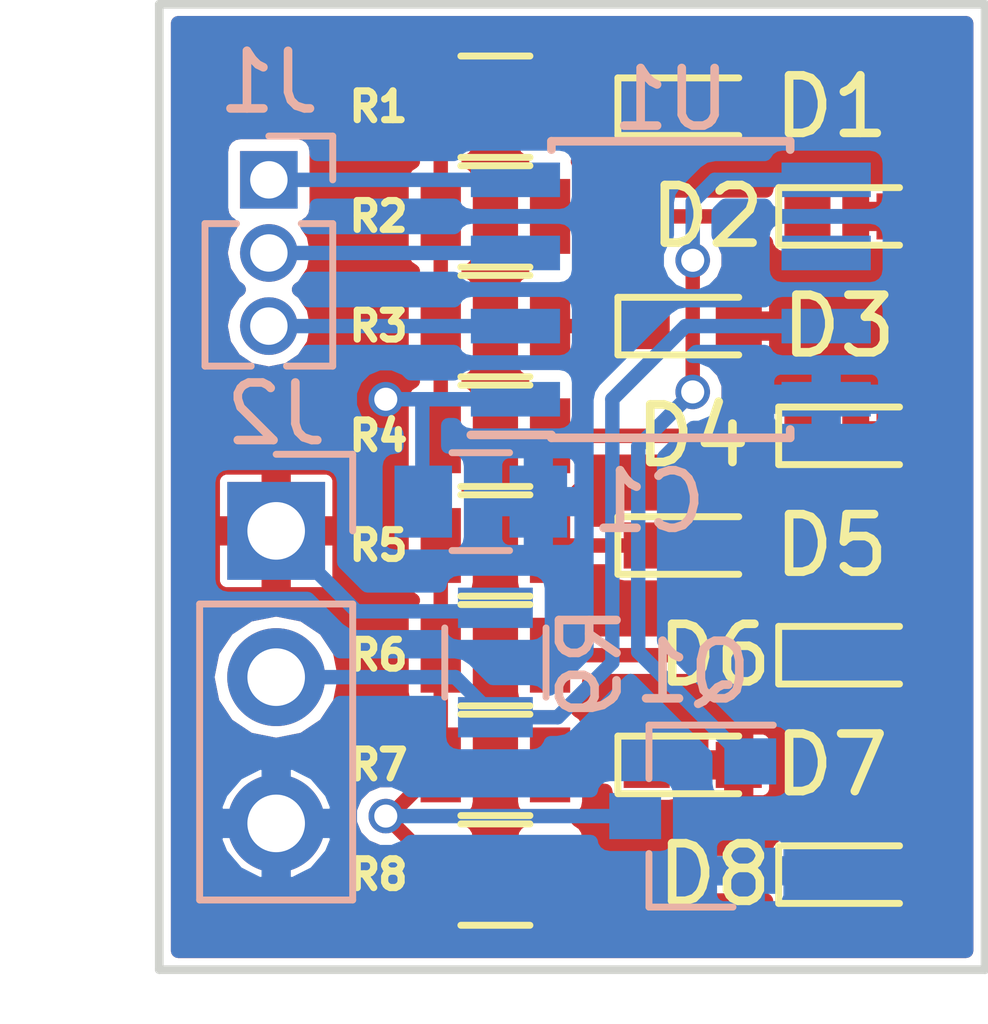
<source format=kicad_pcb>
(kicad_pcb (version 4) (host pcbnew 4.0.7)

  (general
    (links 36)
    (no_connects 0)
    (area 136.476381 78.156999 153.745001 96.17)
    (thickness 1.6)
    (drawings 4)
    (tracks 48)
    (zones 0)
    (modules 22)
    (nets 18)
  )

  (page A4)
  (layers
    (0 F.Cu signal)
    (31 B.Cu signal)
    (32 B.Adhes user)
    (33 F.Adhes user)
    (34 B.Paste user)
    (35 F.Paste user)
    (36 B.SilkS user)
    (37 F.SilkS user)
    (38 B.Mask user)
    (39 F.Mask user)
    (40 Dwgs.User user)
    (41 Cmts.User user)
    (42 Eco1.User user)
    (43 Eco2.User user)
    (44 Edge.Cuts user)
    (45 Margin user)
    (46 B.CrtYd user)
    (47 F.CrtYd user)
    (48 B.Fab user)
    (49 F.Fab user)
  )

  (setup
    (last_trace_width 0.25)
    (trace_clearance 0.2)
    (zone_clearance 0.127)
    (zone_45_only no)
    (trace_min 0.2)
    (segment_width 0.2)
    (edge_width 0.15)
    (via_size 0.6)
    (via_drill 0.4)
    (via_min_size 0.4)
    (via_min_drill 0.3)
    (uvia_size 0.3)
    (uvia_drill 0.1)
    (uvias_allowed no)
    (uvia_min_size 0.2)
    (uvia_min_drill 0.1)
    (pcb_text_width 0.3)
    (pcb_text_size 1.5 1.5)
    (mod_edge_width 0.15)
    (mod_text_size 1 1)
    (mod_text_width 0.15)
    (pad_size 1 1)
    (pad_drill 0.65)
    (pad_to_mask_clearance 0.2)
    (aux_axis_origin 0 0)
    (visible_elements 7FFFFFFF)
    (pcbplotparams
      (layerselection 0x00030_80000001)
      (usegerberextensions false)
      (excludeedgelayer true)
      (linewidth 0.100000)
      (plotframeref false)
      (viasonmask false)
      (mode 1)
      (useauxorigin false)
      (hpglpennumber 1)
      (hpglpenspeed 20)
      (hpglpendiameter 15)
      (hpglpenoverlay 2)
      (psnegative false)
      (psa4output false)
      (plotreference true)
      (plotvalue true)
      (plotinvisibletext false)
      (padsonsilk false)
      (subtractmaskfromsilk false)
      (outputformat 1)
      (mirror false)
      (drillshape 1)
      (scaleselection 1)
      (outputdirectory ""))
  )

  (net 0 "")
  (net 1 "Net-(J1-Pad1)")
  (net 2 "Net-(J1-Pad2)")
  (net 3 "Net-(J1-Pad3)")
  (net 4 VCC)
  (net 5 /FlasherEnable)
  (net 6 GND)
  (net 7 "Net-(Q1-Pad1)")
  (net 8 "Net-(Q1-Pad3)")
  (net 9 "Net-(D1-Pad1)")
  (net 10 "Net-(D2-Pad1)")
  (net 11 "Net-(D3-Pad1)")
  (net 12 "Net-(D4-Pad1)")
  (net 13 "Net-(D5-Pad1)")
  (net 14 "Net-(D6-Pad1)")
  (net 15 "Net-(D7-Pad1)")
  (net 16 "Net-(D8-Pad1)")
  (net 17 "Net-(U1-Pad6)")

  (net_class Default "This is the default net class."
    (clearance 0.2)
    (trace_width 0.25)
    (via_dia 0.6)
    (via_drill 0.4)
    (uvia_dia 0.3)
    (uvia_drill 0.1)
    (add_net /FlasherEnable)
    (add_net GND)
    (add_net "Net-(D1-Pad1)")
    (add_net "Net-(D2-Pad1)")
    (add_net "Net-(D3-Pad1)")
    (add_net "Net-(D4-Pad1)")
    (add_net "Net-(D5-Pad1)")
    (add_net "Net-(D6-Pad1)")
    (add_net "Net-(D7-Pad1)")
    (add_net "Net-(D8-Pad1)")
    (add_net "Net-(J1-Pad1)")
    (add_net "Net-(J1-Pad2)")
    (add_net "Net-(J1-Pad3)")
    (add_net "Net-(Q1-Pad1)")
    (add_net "Net-(Q1-Pad3)")
    (add_net "Net-(U1-Pad6)")
    (add_net VCC)
  )

  (module Pin_Headers:Pin_Header_Straight_1x03_Pitch1.27mm (layer B.Cu) (tedit 59650535) (tstamp 5A1C945B)
    (at 141.224 81.28 180)
    (descr "Through hole straight pin header, 1x03, 1.27mm pitch, single row")
    (tags "Through hole pin header THT 1x03 1.27mm single row")
    (path /5A1C94C8)
    (fp_text reference J1 (at 0 1.695 180) (layer B.SilkS)
      (effects (font (size 1 1) (thickness 0.15)) (justify mirror))
    )
    (fp_text value Conn_01x03 (at 0 -4.235 180) (layer B.Fab)
      (effects (font (size 1 1) (thickness 0.15)) (justify mirror))
    )
    (fp_line (start -0.525 0.635) (end 1.05 0.635) (layer B.Fab) (width 0.1))
    (fp_line (start 1.05 0.635) (end 1.05 -3.175) (layer B.Fab) (width 0.1))
    (fp_line (start 1.05 -3.175) (end -1.05 -3.175) (layer B.Fab) (width 0.1))
    (fp_line (start -1.05 -3.175) (end -1.05 0.11) (layer B.Fab) (width 0.1))
    (fp_line (start -1.05 0.11) (end -0.525 0.635) (layer B.Fab) (width 0.1))
    (fp_line (start -1.11 -3.235) (end -0.30753 -3.235) (layer B.SilkS) (width 0.12))
    (fp_line (start 0.30753 -3.235) (end 1.11 -3.235) (layer B.SilkS) (width 0.12))
    (fp_line (start -1.11 -0.76) (end -1.11 -3.235) (layer B.SilkS) (width 0.12))
    (fp_line (start 1.11 -0.76) (end 1.11 -3.235) (layer B.SilkS) (width 0.12))
    (fp_line (start -1.11 -0.76) (end -0.563471 -0.76) (layer B.SilkS) (width 0.12))
    (fp_line (start 0.563471 -0.76) (end 1.11 -0.76) (layer B.SilkS) (width 0.12))
    (fp_line (start -1.11 0) (end -1.11 0.76) (layer B.SilkS) (width 0.12))
    (fp_line (start -1.11 0.76) (end 0 0.76) (layer B.SilkS) (width 0.12))
    (fp_line (start -1.55 1.15) (end -1.55 -3.7) (layer B.CrtYd) (width 0.05))
    (fp_line (start -1.55 -3.7) (end 1.55 -3.7) (layer B.CrtYd) (width 0.05))
    (fp_line (start 1.55 -3.7) (end 1.55 1.15) (layer B.CrtYd) (width 0.05))
    (fp_line (start 1.55 1.15) (end -1.55 1.15) (layer B.CrtYd) (width 0.05))
    (fp_text user %R (at 0 -1.27 450) (layer B.Fab)
      (effects (font (size 1 1) (thickness 0.15)) (justify mirror))
    )
    (pad 1 thru_hole rect (at 0 0 180) (size 1 1) (drill 0.65) (layers *.Cu *.Mask)
      (net 1 "Net-(J1-Pad1)"))
    (pad 2 thru_hole oval (at 0 -1.27 180) (size 1 1) (drill 0.65) (layers *.Cu *.Mask)
      (net 2 "Net-(J1-Pad2)"))
    (pad 3 thru_hole oval (at 0 -2.54 180) (size 1 1) (drill 0.65) (layers *.Cu *.Mask)
      (net 3 "Net-(J1-Pad3)"))
    (model ${KISYS3DMOD}/Pin_Headers.3dshapes/Pin_Header_Straight_1x03_Pitch1.27mm.wrl
      (at (xyz 0 0 0))
      (scale (xyz 1 1 1))
      (rotate (xyz 0 0 0))
    )
  )

  (module Pin_Headers:Pin_Header_Straight_1x03_Pitch2.54mm (layer B.Cu) (tedit 5A1CBC0E) (tstamp 5A1C9472)
    (at 141.351 87.376 180)
    (descr "Through hole straight pin header, 1x03, 2.54mm pitch, single row")
    (tags "Through hole pin header THT 1x03 2.54mm single row")
    (path /5A1C9791)
    (fp_text reference J2 (at 0 2.032 180) (layer B.SilkS)
      (effects (font (size 1 1) (thickness 0.15)) (justify mirror))
    )
    (fp_text value Conn_01x03 (at 0 -7.41 180) (layer B.Fab)
      (effects (font (size 1 1) (thickness 0.15)) (justify mirror))
    )
    (fp_line (start -0.635 1.27) (end 1.27 1.27) (layer B.Fab) (width 0.1))
    (fp_line (start 1.27 1.27) (end 1.27 -6.35) (layer B.Fab) (width 0.1))
    (fp_line (start 1.27 -6.35) (end -1.27 -6.35) (layer B.Fab) (width 0.1))
    (fp_line (start -1.27 -6.35) (end -1.27 0.635) (layer B.Fab) (width 0.1))
    (fp_line (start -1.27 0.635) (end -0.635 1.27) (layer B.Fab) (width 0.1))
    (fp_line (start -1.33 -6.41) (end 1.33 -6.41) (layer B.SilkS) (width 0.12))
    (fp_line (start -1.33 -1.27) (end -1.33 -6.41) (layer B.SilkS) (width 0.12))
    (fp_line (start 1.33 -1.27) (end 1.33 -6.41) (layer B.SilkS) (width 0.12))
    (fp_line (start -1.33 -1.27) (end 1.33 -1.27) (layer B.SilkS) (width 0.12))
    (fp_line (start -1.33 0) (end -1.33 1.33) (layer B.SilkS) (width 0.12))
    (fp_line (start -1.33 1.33) (end 0 1.33) (layer B.SilkS) (width 0.12))
    (fp_line (start -1.8 1.8) (end -1.8 -6.85) (layer B.CrtYd) (width 0.05))
    (fp_line (start -1.8 -6.85) (end 1.8 -6.85) (layer B.CrtYd) (width 0.05))
    (fp_line (start 1.8 -6.85) (end 1.8 1.8) (layer B.CrtYd) (width 0.05))
    (fp_line (start 1.8 1.8) (end -1.8 1.8) (layer B.CrtYd) (width 0.05))
    (fp_text user %R (at 0 -2.54 450) (layer B.Fab)
      (effects (font (size 1 1) (thickness 0.15)) (justify mirror))
    )
    (pad 1 thru_hole rect (at 0 0 180) (size 1.7 1.7) (drill 1) (layers *.Cu *.Mask)
      (net 4 VCC))
    (pad 2 thru_hole oval (at 0 -2.54 180) (size 1.7 1.7) (drill 1) (layers *.Cu *.Mask)
      (net 5 /FlasherEnable))
    (pad 3 thru_hole oval (at 0 -5.08 180) (size 1.7 1.7) (drill 1) (layers *.Cu *.Mask)
      (net 6 GND))
    (model ${KISYS3DMOD}/Pin_Headers.3dshapes/Pin_Header_Straight_1x03_Pitch2.54mm.wrl
      (at (xyz 0 0 0))
      (scale (xyz 1 1 1))
      (rotate (xyz 0 0 0))
    )
  )

  (module TO_SOT_Packages_SMD:SOT-23 (layer B.Cu) (tedit 58CE4E7E) (tstamp 5A1C9479)
    (at 148.59 92.329 180)
    (descr "SOT-23, Standard")
    (tags SOT-23)
    (path /5A1B48D5)
    (attr smd)
    (fp_text reference Q1 (at 0 2.5 180) (layer B.SilkS)
      (effects (font (size 1 1) (thickness 0.15)) (justify mirror))
    )
    (fp_text value Q_NMOS_GSD (at 0 -2.5 180) (layer B.Fab)
      (effects (font (size 1 1) (thickness 0.15)) (justify mirror))
    )
    (fp_text user %R (at 0 0 450) (layer B.Fab)
      (effects (font (size 0.5 0.5) (thickness 0.075)) (justify mirror))
    )
    (fp_line (start -0.7 0.95) (end -0.7 -1.5) (layer B.Fab) (width 0.1))
    (fp_line (start -0.15 1.52) (end 0.7 1.52) (layer B.Fab) (width 0.1))
    (fp_line (start -0.7 0.95) (end -0.15 1.52) (layer B.Fab) (width 0.1))
    (fp_line (start 0.7 1.52) (end 0.7 -1.52) (layer B.Fab) (width 0.1))
    (fp_line (start -0.7 -1.52) (end 0.7 -1.52) (layer B.Fab) (width 0.1))
    (fp_line (start 0.76 -1.58) (end 0.76 -0.65) (layer B.SilkS) (width 0.12))
    (fp_line (start 0.76 1.58) (end 0.76 0.65) (layer B.SilkS) (width 0.12))
    (fp_line (start -1.7 1.75) (end 1.7 1.75) (layer B.CrtYd) (width 0.05))
    (fp_line (start 1.7 1.75) (end 1.7 -1.75) (layer B.CrtYd) (width 0.05))
    (fp_line (start 1.7 -1.75) (end -1.7 -1.75) (layer B.CrtYd) (width 0.05))
    (fp_line (start -1.7 -1.75) (end -1.7 1.75) (layer B.CrtYd) (width 0.05))
    (fp_line (start 0.76 1.58) (end -1.4 1.58) (layer B.SilkS) (width 0.12))
    (fp_line (start 0.76 -1.58) (end -0.7 -1.58) (layer B.SilkS) (width 0.12))
    (pad 1 smd rect (at -1 0.95 180) (size 0.9 0.8) (layers B.Cu B.Paste B.Mask)
      (net 7 "Net-(Q1-Pad1)"))
    (pad 2 smd rect (at -1 -0.95 180) (size 0.9 0.8) (layers B.Cu B.Paste B.Mask)
      (net 6 GND))
    (pad 3 smd rect (at 1 0 180) (size 0.9 0.8) (layers B.Cu B.Paste B.Mask)
      (net 8 "Net-(Q1-Pad3)"))
    (model ${KISYS3DMOD}/TO_SOT_Packages_SMD.3dshapes/SOT-23.wrl
      (at (xyz 0 0 0))
      (scale (xyz 1 1 1))
      (rotate (xyz 0 0 0))
    )
  )

  (module Resistors_SMD:R_0805 (layer F.Cu) (tedit 5A1CB9E4) (tstamp 5A1C947F)
    (at 145.161 80.01)
    (descr "Resistor SMD 0805, reflow soldering, Vishay (see dcrcw.pdf)")
    (tags "resistor 0805")
    (path /5A1B3C1F)
    (attr smd)
    (fp_text reference R1 (at -2.032 0) (layer F.SilkS)
      (effects (font (size 0.5 0.5) (thickness 0.125)))
    )
    (fp_text value R (at 0 1.75) (layer F.Fab)
      (effects (font (size 1 1) (thickness 0.15)))
    )
    (fp_text user %R (at 0 0) (layer F.Fab)
      (effects (font (size 0.5 0.5) (thickness 0.075)))
    )
    (fp_line (start -1 0.62) (end -1 -0.62) (layer F.Fab) (width 0.1))
    (fp_line (start 1 0.62) (end -1 0.62) (layer F.Fab) (width 0.1))
    (fp_line (start 1 -0.62) (end 1 0.62) (layer F.Fab) (width 0.1))
    (fp_line (start -1 -0.62) (end 1 -0.62) (layer F.Fab) (width 0.1))
    (fp_line (start 0.6 0.88) (end -0.6 0.88) (layer F.SilkS) (width 0.12))
    (fp_line (start -0.6 -0.88) (end 0.6 -0.88) (layer F.SilkS) (width 0.12))
    (fp_line (start -1.55 -0.9) (end 1.55 -0.9) (layer F.CrtYd) (width 0.05))
    (fp_line (start -1.55 -0.9) (end -1.55 0.9) (layer F.CrtYd) (width 0.05))
    (fp_line (start 1.55 0.9) (end 1.55 -0.9) (layer F.CrtYd) (width 0.05))
    (fp_line (start 1.55 0.9) (end -1.55 0.9) (layer F.CrtYd) (width 0.05))
    (pad 1 smd rect (at -0.95 0) (size 0.7 1.3) (layers F.Cu F.Paste F.Mask)
      (net 8 "Net-(Q1-Pad3)"))
    (pad 2 smd rect (at 0.95 0) (size 0.7 1.3) (layers F.Cu F.Paste F.Mask)
      (net 9 "Net-(D1-Pad1)"))
    (model ${KISYS3DMOD}/Resistors_SMD.3dshapes/R_0805.wrl
      (at (xyz 0 0 0))
      (scale (xyz 1 1 1))
      (rotate (xyz 0 0 0))
    )
  )

  (module Resistors_SMD:R_0805 (layer F.Cu) (tedit 5A1CBA53) (tstamp 5A1C9485)
    (at 145.161 81.915)
    (descr "Resistor SMD 0805, reflow soldering, Vishay (see dcrcw.pdf)")
    (tags "resistor 0805")
    (path /5A1B3DCB)
    (attr smd)
    (fp_text reference R2 (at -2.032 0) (layer F.SilkS)
      (effects (font (size 0.5 0.5) (thickness 0.125)))
    )
    (fp_text value R (at 0 1.75) (layer F.Fab)
      (effects (font (size 1 1) (thickness 0.15)))
    )
    (fp_text user %R (at 0 0) (layer F.Fab)
      (effects (font (size 0.5 0.5) (thickness 0.075)))
    )
    (fp_line (start -1 0.62) (end -1 -0.62) (layer F.Fab) (width 0.1))
    (fp_line (start 1 0.62) (end -1 0.62) (layer F.Fab) (width 0.1))
    (fp_line (start 1 -0.62) (end 1 0.62) (layer F.Fab) (width 0.1))
    (fp_line (start -1 -0.62) (end 1 -0.62) (layer F.Fab) (width 0.1))
    (fp_line (start 0.6 0.88) (end -0.6 0.88) (layer F.SilkS) (width 0.12))
    (fp_line (start -0.6 -0.88) (end 0.6 -0.88) (layer F.SilkS) (width 0.12))
    (fp_line (start -1.55 -0.9) (end 1.55 -0.9) (layer F.CrtYd) (width 0.05))
    (fp_line (start -1.55 -0.9) (end -1.55 0.9) (layer F.CrtYd) (width 0.05))
    (fp_line (start 1.55 0.9) (end 1.55 -0.9) (layer F.CrtYd) (width 0.05))
    (fp_line (start 1.55 0.9) (end -1.55 0.9) (layer F.CrtYd) (width 0.05))
    (pad 1 smd rect (at -0.95 0) (size 0.7 1.3) (layers F.Cu F.Paste F.Mask)
      (net 8 "Net-(Q1-Pad3)"))
    (pad 2 smd rect (at 0.95 0) (size 0.7 1.3) (layers F.Cu F.Paste F.Mask)
      (net 10 "Net-(D2-Pad1)"))
    (model ${KISYS3DMOD}/Resistors_SMD.3dshapes/R_0805.wrl
      (at (xyz 0 0 0))
      (scale (xyz 1 1 1))
      (rotate (xyz 0 0 0))
    )
  )

  (module Resistors_SMD:R_0805 (layer F.Cu) (tedit 5A1CBA69) (tstamp 5A1C948B)
    (at 145.161 83.82)
    (descr "Resistor SMD 0805, reflow soldering, Vishay (see dcrcw.pdf)")
    (tags "resistor 0805")
    (path /5A1B3E3A)
    (attr smd)
    (fp_text reference R3 (at -2.032 0) (layer F.SilkS)
      (effects (font (size 0.5 0.5) (thickness 0.125)))
    )
    (fp_text value R (at 0 1.75) (layer F.Fab)
      (effects (font (size 1 1) (thickness 0.15)))
    )
    (fp_text user %R (at 0 0) (layer F.Fab)
      (effects (font (size 0.5 0.5) (thickness 0.075)))
    )
    (fp_line (start -1 0.62) (end -1 -0.62) (layer F.Fab) (width 0.1))
    (fp_line (start 1 0.62) (end -1 0.62) (layer F.Fab) (width 0.1))
    (fp_line (start 1 -0.62) (end 1 0.62) (layer F.Fab) (width 0.1))
    (fp_line (start -1 -0.62) (end 1 -0.62) (layer F.Fab) (width 0.1))
    (fp_line (start 0.6 0.88) (end -0.6 0.88) (layer F.SilkS) (width 0.12))
    (fp_line (start -0.6 -0.88) (end 0.6 -0.88) (layer F.SilkS) (width 0.12))
    (fp_line (start -1.55 -0.9) (end 1.55 -0.9) (layer F.CrtYd) (width 0.05))
    (fp_line (start -1.55 -0.9) (end -1.55 0.9) (layer F.CrtYd) (width 0.05))
    (fp_line (start 1.55 0.9) (end 1.55 -0.9) (layer F.CrtYd) (width 0.05))
    (fp_line (start 1.55 0.9) (end -1.55 0.9) (layer F.CrtYd) (width 0.05))
    (pad 1 smd rect (at -0.95 0) (size 0.7 1.3) (layers F.Cu F.Paste F.Mask)
      (net 8 "Net-(Q1-Pad3)"))
    (pad 2 smd rect (at 0.95 0) (size 0.7 1.3) (layers F.Cu F.Paste F.Mask)
      (net 11 "Net-(D3-Pad1)"))
    (model ${KISYS3DMOD}/Resistors_SMD.3dshapes/R_0805.wrl
      (at (xyz 0 0 0))
      (scale (xyz 1 1 1))
      (rotate (xyz 0 0 0))
    )
  )

  (module Resistors_SMD:R_0805 (layer F.Cu) (tedit 5A1CBA8C) (tstamp 5A1C9491)
    (at 145.161 85.725)
    (descr "Resistor SMD 0805, reflow soldering, Vishay (see dcrcw.pdf)")
    (tags "resistor 0805")
    (path /5A1B3E40)
    (attr smd)
    (fp_text reference R4 (at -2.032 0) (layer F.SilkS)
      (effects (font (size 0.5 0.5) (thickness 0.125)))
    )
    (fp_text value R (at 0 1.75) (layer F.Fab)
      (effects (font (size 1 1) (thickness 0.15)))
    )
    (fp_text user %R (at 0 0) (layer F.Fab)
      (effects (font (size 0.5 0.5) (thickness 0.075)))
    )
    (fp_line (start -1 0.62) (end -1 -0.62) (layer F.Fab) (width 0.1))
    (fp_line (start 1 0.62) (end -1 0.62) (layer F.Fab) (width 0.1))
    (fp_line (start 1 -0.62) (end 1 0.62) (layer F.Fab) (width 0.1))
    (fp_line (start -1 -0.62) (end 1 -0.62) (layer F.Fab) (width 0.1))
    (fp_line (start 0.6 0.88) (end -0.6 0.88) (layer F.SilkS) (width 0.12))
    (fp_line (start -0.6 -0.88) (end 0.6 -0.88) (layer F.SilkS) (width 0.12))
    (fp_line (start -1.55 -0.9) (end 1.55 -0.9) (layer F.CrtYd) (width 0.05))
    (fp_line (start -1.55 -0.9) (end -1.55 0.9) (layer F.CrtYd) (width 0.05))
    (fp_line (start 1.55 0.9) (end 1.55 -0.9) (layer F.CrtYd) (width 0.05))
    (fp_line (start 1.55 0.9) (end -1.55 0.9) (layer F.CrtYd) (width 0.05))
    (pad 1 smd rect (at -0.95 0) (size 0.7 1.3) (layers F.Cu F.Paste F.Mask)
      (net 8 "Net-(Q1-Pad3)"))
    (pad 2 smd rect (at 0.95 0) (size 0.7 1.3) (layers F.Cu F.Paste F.Mask)
      (net 12 "Net-(D4-Pad1)"))
    (model ${KISYS3DMOD}/Resistors_SMD.3dshapes/R_0805.wrl
      (at (xyz 0 0 0))
      (scale (xyz 1 1 1))
      (rotate (xyz 0 0 0))
    )
  )

  (module Resistors_SMD:R_0805 (layer F.Cu) (tedit 5A1CBABC) (tstamp 5A1C9497)
    (at 145.161 87.63)
    (descr "Resistor SMD 0805, reflow soldering, Vishay (see dcrcw.pdf)")
    (tags "resistor 0805")
    (path /5A1B3F83)
    (attr smd)
    (fp_text reference R5 (at -2.032 0) (layer F.SilkS)
      (effects (font (size 0.5 0.5) (thickness 0.125)))
    )
    (fp_text value R (at 0 1.75) (layer F.Fab)
      (effects (font (size 1 1) (thickness 0.15)))
    )
    (fp_text user %R (at 0 0) (layer F.Fab)
      (effects (font (size 0.5 0.5) (thickness 0.075)))
    )
    (fp_line (start -1 0.62) (end -1 -0.62) (layer F.Fab) (width 0.1))
    (fp_line (start 1 0.62) (end -1 0.62) (layer F.Fab) (width 0.1))
    (fp_line (start 1 -0.62) (end 1 0.62) (layer F.Fab) (width 0.1))
    (fp_line (start -1 -0.62) (end 1 -0.62) (layer F.Fab) (width 0.1))
    (fp_line (start 0.6 0.88) (end -0.6 0.88) (layer F.SilkS) (width 0.12))
    (fp_line (start -0.6 -0.88) (end 0.6 -0.88) (layer F.SilkS) (width 0.12))
    (fp_line (start -1.55 -0.9) (end 1.55 -0.9) (layer F.CrtYd) (width 0.05))
    (fp_line (start -1.55 -0.9) (end -1.55 0.9) (layer F.CrtYd) (width 0.05))
    (fp_line (start 1.55 0.9) (end 1.55 -0.9) (layer F.CrtYd) (width 0.05))
    (fp_line (start 1.55 0.9) (end -1.55 0.9) (layer F.CrtYd) (width 0.05))
    (pad 1 smd rect (at -0.95 0) (size 0.7 1.3) (layers F.Cu F.Paste F.Mask)
      (net 8 "Net-(Q1-Pad3)"))
    (pad 2 smd rect (at 0.95 0) (size 0.7 1.3) (layers F.Cu F.Paste F.Mask)
      (net 13 "Net-(D5-Pad1)"))
    (model ${KISYS3DMOD}/Resistors_SMD.3dshapes/R_0805.wrl
      (at (xyz 0 0 0))
      (scale (xyz 1 1 1))
      (rotate (xyz 0 0 0))
    )
  )

  (module Resistors_SMD:R_0805 (layer F.Cu) (tedit 5A1CBB61) (tstamp 5A1C949D)
    (at 145.161 89.535)
    (descr "Resistor SMD 0805, reflow soldering, Vishay (see dcrcw.pdf)")
    (tags "resistor 0805")
    (path /5A1B3F89)
    (attr smd)
    (fp_text reference R6 (at -2.032 0) (layer F.SilkS)
      (effects (font (size 0.5 0.5) (thickness 0.125)))
    )
    (fp_text value R (at 0 1.75) (layer F.Fab)
      (effects (font (size 1 1) (thickness 0.15)))
    )
    (fp_text user %R (at 0 0) (layer F.Fab)
      (effects (font (size 0.5 0.5) (thickness 0.075)))
    )
    (fp_line (start -1 0.62) (end -1 -0.62) (layer F.Fab) (width 0.1))
    (fp_line (start 1 0.62) (end -1 0.62) (layer F.Fab) (width 0.1))
    (fp_line (start 1 -0.62) (end 1 0.62) (layer F.Fab) (width 0.1))
    (fp_line (start -1 -0.62) (end 1 -0.62) (layer F.Fab) (width 0.1))
    (fp_line (start 0.6 0.88) (end -0.6 0.88) (layer F.SilkS) (width 0.12))
    (fp_line (start -0.6 -0.88) (end 0.6 -0.88) (layer F.SilkS) (width 0.12))
    (fp_line (start -1.55 -0.9) (end 1.55 -0.9) (layer F.CrtYd) (width 0.05))
    (fp_line (start -1.55 -0.9) (end -1.55 0.9) (layer F.CrtYd) (width 0.05))
    (fp_line (start 1.55 0.9) (end 1.55 -0.9) (layer F.CrtYd) (width 0.05))
    (fp_line (start 1.55 0.9) (end -1.55 0.9) (layer F.CrtYd) (width 0.05))
    (pad 1 smd rect (at -0.95 0) (size 0.7 1.3) (layers F.Cu F.Paste F.Mask)
      (net 8 "Net-(Q1-Pad3)"))
    (pad 2 smd rect (at 0.95 0) (size 0.7 1.3) (layers F.Cu F.Paste F.Mask)
      (net 14 "Net-(D6-Pad1)"))
    (model ${KISYS3DMOD}/Resistors_SMD.3dshapes/R_0805.wrl
      (at (xyz 0 0 0))
      (scale (xyz 1 1 1))
      (rotate (xyz 0 0 0))
    )
  )

  (module Resistors_SMD:R_0805 (layer F.Cu) (tedit 5A1CBB99) (tstamp 5A1C94A3)
    (at 145.161 91.44)
    (descr "Resistor SMD 0805, reflow soldering, Vishay (see dcrcw.pdf)")
    (tags "resistor 0805")
    (path /5A1B3F8F)
    (attr smd)
    (fp_text reference R7 (at -2.032 0) (layer F.SilkS)
      (effects (font (size 0.5 0.5) (thickness 0.125)))
    )
    (fp_text value R (at 0 1.75) (layer F.Fab)
      (effects (font (size 1 1) (thickness 0.15)))
    )
    (fp_text user %R (at 0 0) (layer F.Fab)
      (effects (font (size 0.5 0.5) (thickness 0.075)))
    )
    (fp_line (start -1 0.62) (end -1 -0.62) (layer F.Fab) (width 0.1))
    (fp_line (start 1 0.62) (end -1 0.62) (layer F.Fab) (width 0.1))
    (fp_line (start 1 -0.62) (end 1 0.62) (layer F.Fab) (width 0.1))
    (fp_line (start -1 -0.62) (end 1 -0.62) (layer F.Fab) (width 0.1))
    (fp_line (start 0.6 0.88) (end -0.6 0.88) (layer F.SilkS) (width 0.12))
    (fp_line (start -0.6 -0.88) (end 0.6 -0.88) (layer F.SilkS) (width 0.12))
    (fp_line (start -1.55 -0.9) (end 1.55 -0.9) (layer F.CrtYd) (width 0.05))
    (fp_line (start -1.55 -0.9) (end -1.55 0.9) (layer F.CrtYd) (width 0.05))
    (fp_line (start 1.55 0.9) (end 1.55 -0.9) (layer F.CrtYd) (width 0.05))
    (fp_line (start 1.55 0.9) (end -1.55 0.9) (layer F.CrtYd) (width 0.05))
    (pad 1 smd rect (at -0.95 0) (size 0.7 1.3) (layers F.Cu F.Paste F.Mask)
      (net 8 "Net-(Q1-Pad3)"))
    (pad 2 smd rect (at 0.95 0) (size 0.7 1.3) (layers F.Cu F.Paste F.Mask)
      (net 15 "Net-(D7-Pad1)"))
    (model ${KISYS3DMOD}/Resistors_SMD.3dshapes/R_0805.wrl
      (at (xyz 0 0 0))
      (scale (xyz 1 1 1))
      (rotate (xyz 0 0 0))
    )
  )

  (module Resistors_SMD:R_0805 (layer F.Cu) (tedit 5A1CBBA8) (tstamp 5A1C94A9)
    (at 145.161 93.345)
    (descr "Resistor SMD 0805, reflow soldering, Vishay (see dcrcw.pdf)")
    (tags "resistor 0805")
    (path /5A1B3F95)
    (attr smd)
    (fp_text reference R8 (at -2.032 0) (layer F.SilkS)
      (effects (font (size 0.5 0.5) (thickness 0.125)))
    )
    (fp_text value R (at 0 1.75) (layer F.Fab)
      (effects (font (size 1 1) (thickness 0.15)))
    )
    (fp_text user %R (at 0 0) (layer F.Fab)
      (effects (font (size 0.5 0.5) (thickness 0.075)))
    )
    (fp_line (start -1 0.62) (end -1 -0.62) (layer F.Fab) (width 0.1))
    (fp_line (start 1 0.62) (end -1 0.62) (layer F.Fab) (width 0.1))
    (fp_line (start 1 -0.62) (end 1 0.62) (layer F.Fab) (width 0.1))
    (fp_line (start -1 -0.62) (end 1 -0.62) (layer F.Fab) (width 0.1))
    (fp_line (start 0.6 0.88) (end -0.6 0.88) (layer F.SilkS) (width 0.12))
    (fp_line (start -0.6 -0.88) (end 0.6 -0.88) (layer F.SilkS) (width 0.12))
    (fp_line (start -1.55 -0.9) (end 1.55 -0.9) (layer F.CrtYd) (width 0.05))
    (fp_line (start -1.55 -0.9) (end -1.55 0.9) (layer F.CrtYd) (width 0.05))
    (fp_line (start 1.55 0.9) (end 1.55 -0.9) (layer F.CrtYd) (width 0.05))
    (fp_line (start 1.55 0.9) (end -1.55 0.9) (layer F.CrtYd) (width 0.05))
    (pad 1 smd rect (at -0.95 0) (size 0.7 1.3) (layers F.Cu F.Paste F.Mask)
      (net 8 "Net-(Q1-Pad3)"))
    (pad 2 smd rect (at 0.95 0) (size 0.7 1.3) (layers F.Cu F.Paste F.Mask)
      (net 16 "Net-(D8-Pad1)"))
    (model ${KISYS3DMOD}/Resistors_SMD.3dshapes/R_0805.wrl
      (at (xyz 0 0 0))
      (scale (xyz 1 1 1))
      (rotate (xyz 0 0 0))
    )
  )

  (module Resistors_SMD:R_0805 (layer B.Cu) (tedit 58E0A804) (tstamp 5A1C94AF)
    (at 145.161 89.662 90)
    (descr "Resistor SMD 0805, reflow soldering, Vishay (see dcrcw.pdf)")
    (tags "resistor 0805")
    (path /5A1C9B55)
    (attr smd)
    (fp_text reference R9 (at 0 1.65 90) (layer B.SilkS)
      (effects (font (size 1 1) (thickness 0.15)) (justify mirror))
    )
    (fp_text value R (at 0 -1.75 90) (layer B.Fab)
      (effects (font (size 1 1) (thickness 0.15)) (justify mirror))
    )
    (fp_text user %R (at 0 0 90) (layer B.Fab)
      (effects (font (size 0.5 0.5) (thickness 0.075)) (justify mirror))
    )
    (fp_line (start -1 -0.62) (end -1 0.62) (layer B.Fab) (width 0.1))
    (fp_line (start 1 -0.62) (end -1 -0.62) (layer B.Fab) (width 0.1))
    (fp_line (start 1 0.62) (end 1 -0.62) (layer B.Fab) (width 0.1))
    (fp_line (start -1 0.62) (end 1 0.62) (layer B.Fab) (width 0.1))
    (fp_line (start 0.6 -0.88) (end -0.6 -0.88) (layer B.SilkS) (width 0.12))
    (fp_line (start -0.6 0.88) (end 0.6 0.88) (layer B.SilkS) (width 0.12))
    (fp_line (start -1.55 0.9) (end 1.55 0.9) (layer B.CrtYd) (width 0.05))
    (fp_line (start -1.55 0.9) (end -1.55 -0.9) (layer B.CrtYd) (width 0.05))
    (fp_line (start 1.55 -0.9) (end 1.55 0.9) (layer B.CrtYd) (width 0.05))
    (fp_line (start 1.55 -0.9) (end -1.55 -0.9) (layer B.CrtYd) (width 0.05))
    (pad 1 smd rect (at -0.95 0 90) (size 0.7 1.3) (layers B.Cu B.Paste B.Mask)
      (net 5 /FlasherEnable))
    (pad 2 smd rect (at 0.95 0 90) (size 0.7 1.3) (layers B.Cu B.Paste B.Mask)
      (net 4 VCC))
    (model ${KISYS3DMOD}/Resistors_SMD.3dshapes/R_0805.wrl
      (at (xyz 0 0 0))
      (scale (xyz 1 1 1))
      (rotate (xyz 0 0 0))
    )
  )

  (module Housings_SOIC:SOIC-8_3.9x4.9mm_Pitch1.27mm (layer B.Cu) (tedit 5A1CBC48) (tstamp 5A1C94BB)
    (at 148.209 83.185)
    (descr "8-Lead Plastic Small Outline (SN) - Narrow, 3.90 mm Body [SOIC] (see Microchip Packaging Specification 00000049BS.pdf)")
    (tags "SOIC 1.27")
    (path /5A1B3A13)
    (attr smd)
    (fp_text reference U1 (at 0 -3.302) (layer B.SilkS)
      (effects (font (size 1 1) (thickness 0.15)) (justify mirror))
    )
    (fp_text value ATTiny102 (at 0 -3.5) (layer B.Fab)
      (effects (font (size 1 1) (thickness 0.15)) (justify mirror))
    )
    (fp_text user %R (at 0 0) (layer B.Fab)
      (effects (font (size 1 1) (thickness 0.15)) (justify mirror))
    )
    (fp_line (start -0.95 2.45) (end 1.95 2.45) (layer B.Fab) (width 0.1))
    (fp_line (start 1.95 2.45) (end 1.95 -2.45) (layer B.Fab) (width 0.1))
    (fp_line (start 1.95 -2.45) (end -1.95 -2.45) (layer B.Fab) (width 0.1))
    (fp_line (start -1.95 -2.45) (end -1.95 1.45) (layer B.Fab) (width 0.1))
    (fp_line (start -1.95 1.45) (end -0.95 2.45) (layer B.Fab) (width 0.1))
    (fp_line (start -3.73 2.7) (end -3.73 -2.7) (layer B.CrtYd) (width 0.05))
    (fp_line (start 3.73 2.7) (end 3.73 -2.7) (layer B.CrtYd) (width 0.05))
    (fp_line (start -3.73 2.7) (end 3.73 2.7) (layer B.CrtYd) (width 0.05))
    (fp_line (start -3.73 -2.7) (end 3.73 -2.7) (layer B.CrtYd) (width 0.05))
    (fp_line (start -2.075 2.575) (end -2.075 2.525) (layer B.SilkS) (width 0.15))
    (fp_line (start 2.075 2.575) (end 2.075 2.43) (layer B.SilkS) (width 0.15))
    (fp_line (start 2.075 -2.575) (end 2.075 -2.43) (layer B.SilkS) (width 0.15))
    (fp_line (start -2.075 -2.575) (end -2.075 -2.43) (layer B.SilkS) (width 0.15))
    (fp_line (start -2.075 2.575) (end 2.075 2.575) (layer B.SilkS) (width 0.15))
    (fp_line (start -2.075 -2.575) (end 2.075 -2.575) (layer B.SilkS) (width 0.15))
    (fp_line (start -2.075 2.525) (end -3.475 2.525) (layer B.SilkS) (width 0.15))
    (pad 1 smd rect (at -2.7 1.905) (size 1.55 0.6) (layers B.Cu B.Paste B.Mask)
      (net 4 VCC))
    (pad 2 smd rect (at -2.7 0.635) (size 1.55 0.6) (layers B.Cu B.Paste B.Mask)
      (net 3 "Net-(J1-Pad3)"))
    (pad 3 smd rect (at -2.7 -0.635) (size 1.55 0.6) (layers B.Cu B.Paste B.Mask)
      (net 2 "Net-(J1-Pad2)"))
    (pad 4 smd rect (at -2.7 -1.905) (size 1.55 0.6) (layers B.Cu B.Paste B.Mask)
      (net 1 "Net-(J1-Pad1)"))
    (pad 5 smd rect (at 2.7 -1.905) (size 1.55 0.6) (layers B.Cu B.Paste B.Mask)
      (net 7 "Net-(Q1-Pad1)"))
    (pad 6 smd rect (at 2.7 -0.635) (size 1.55 0.6) (layers B.Cu B.Paste B.Mask)
      (net 17 "Net-(U1-Pad6)"))
    (pad 7 smd rect (at 2.7 0.635) (size 1.55 0.6) (layers B.Cu B.Paste B.Mask)
      (net 5 /FlasherEnable))
    (pad 8 smd rect (at 2.7 1.905) (size 1.55 0.6) (layers B.Cu B.Paste B.Mask)
      (net 6 GND))
    (model ${KISYS3DMOD}/Housings_SOIC.3dshapes/SOIC-8_3.9x4.9mm_Pitch1.27mm.wrl
      (at (xyz 0 0 0))
      (scale (xyz 1 1 1))
      (rotate (xyz 0 0 0))
    )
  )

  (module LEDs:LED_0603 (layer F.Cu) (tedit 5A1CBBCA) (tstamp 5A1C9588)
    (at 148.59 80.01)
    (descr "LED 0603 smd package")
    (tags "LED led 0603 SMD smd SMT smt smdled SMDLED smtled SMTLED")
    (path /5A1B37AB)
    (attr smd)
    (fp_text reference D1 (at 2.413 0) (layer F.SilkS)
      (effects (font (size 1 1) (thickness 0.15)))
    )
    (fp_text value LED (at 0 1.35) (layer F.Fab)
      (effects (font (size 1 1) (thickness 0.15)))
    )
    (fp_line (start -1.3 -0.5) (end -1.3 0.5) (layer F.SilkS) (width 0.12))
    (fp_line (start -0.2 -0.2) (end -0.2 0.2) (layer F.Fab) (width 0.1))
    (fp_line (start -0.15 0) (end 0.15 -0.2) (layer F.Fab) (width 0.1))
    (fp_line (start 0.15 0.2) (end -0.15 0) (layer F.Fab) (width 0.1))
    (fp_line (start 0.15 -0.2) (end 0.15 0.2) (layer F.Fab) (width 0.1))
    (fp_line (start 0.8 0.4) (end -0.8 0.4) (layer F.Fab) (width 0.1))
    (fp_line (start 0.8 -0.4) (end 0.8 0.4) (layer F.Fab) (width 0.1))
    (fp_line (start -0.8 -0.4) (end 0.8 -0.4) (layer F.Fab) (width 0.1))
    (fp_line (start -0.8 0.4) (end -0.8 -0.4) (layer F.Fab) (width 0.1))
    (fp_line (start -1.3 0.5) (end 0.8 0.5) (layer F.SilkS) (width 0.12))
    (fp_line (start -1.3 -0.5) (end 0.8 -0.5) (layer F.SilkS) (width 0.12))
    (fp_line (start 1.45 -0.65) (end 1.45 0.65) (layer F.CrtYd) (width 0.05))
    (fp_line (start 1.45 0.65) (end -1.45 0.65) (layer F.CrtYd) (width 0.05))
    (fp_line (start -1.45 0.65) (end -1.45 -0.65) (layer F.CrtYd) (width 0.05))
    (fp_line (start -1.45 -0.65) (end 1.45 -0.65) (layer F.CrtYd) (width 0.05))
    (pad 2 smd rect (at 0.8 0 180) (size 0.8 0.8) (layers F.Cu F.Paste F.Mask)
      (net 4 VCC))
    (pad 1 smd rect (at -0.8 0 180) (size 0.8 0.8) (layers F.Cu F.Paste F.Mask)
      (net 9 "Net-(D1-Pad1)"))
    (model ${KISYS3DMOD}/LEDs.3dshapes/LED_0603.wrl
      (at (xyz 0 0 0))
      (scale (xyz 1 1 1))
      (rotate (xyz 0 0 180))
    )
  )

  (module LEDs:LED_0603 (layer F.Cu) (tedit 5A1CBBCF) (tstamp 5A1C958E)
    (at 151.384 81.915)
    (descr "LED 0603 smd package")
    (tags "LED led 0603 SMD smd SMT smt smdled SMDLED smtled SMTLED")
    (path /5A1B3822)
    (attr smd)
    (fp_text reference D2 (at -2.54 0) (layer F.SilkS)
      (effects (font (size 1 1) (thickness 0.15)))
    )
    (fp_text value LED (at 0 1.35) (layer F.Fab)
      (effects (font (size 1 1) (thickness 0.15)))
    )
    (fp_line (start -1.3 -0.5) (end -1.3 0.5) (layer F.SilkS) (width 0.12))
    (fp_line (start -0.2 -0.2) (end -0.2 0.2) (layer F.Fab) (width 0.1))
    (fp_line (start -0.15 0) (end 0.15 -0.2) (layer F.Fab) (width 0.1))
    (fp_line (start 0.15 0.2) (end -0.15 0) (layer F.Fab) (width 0.1))
    (fp_line (start 0.15 -0.2) (end 0.15 0.2) (layer F.Fab) (width 0.1))
    (fp_line (start 0.8 0.4) (end -0.8 0.4) (layer F.Fab) (width 0.1))
    (fp_line (start 0.8 -0.4) (end 0.8 0.4) (layer F.Fab) (width 0.1))
    (fp_line (start -0.8 -0.4) (end 0.8 -0.4) (layer F.Fab) (width 0.1))
    (fp_line (start -0.8 0.4) (end -0.8 -0.4) (layer F.Fab) (width 0.1))
    (fp_line (start -1.3 0.5) (end 0.8 0.5) (layer F.SilkS) (width 0.12))
    (fp_line (start -1.3 -0.5) (end 0.8 -0.5) (layer F.SilkS) (width 0.12))
    (fp_line (start 1.45 -0.65) (end 1.45 0.65) (layer F.CrtYd) (width 0.05))
    (fp_line (start 1.45 0.65) (end -1.45 0.65) (layer F.CrtYd) (width 0.05))
    (fp_line (start -1.45 0.65) (end -1.45 -0.65) (layer F.CrtYd) (width 0.05))
    (fp_line (start -1.45 -0.65) (end 1.45 -0.65) (layer F.CrtYd) (width 0.05))
    (pad 2 smd rect (at 0.8 0 180) (size 0.8 0.8) (layers F.Cu F.Paste F.Mask)
      (net 4 VCC))
    (pad 1 smd rect (at -0.8 0 180) (size 0.8 0.8) (layers F.Cu F.Paste F.Mask)
      (net 10 "Net-(D2-Pad1)"))
    (model ${KISYS3DMOD}/LEDs.3dshapes/LED_0603.wrl
      (at (xyz 0 0 0))
      (scale (xyz 1 1 1))
      (rotate (xyz 0 0 180))
    )
  )

  (module LEDs:LED_0603 (layer F.Cu) (tedit 5A1CBBD6) (tstamp 5A1C9594)
    (at 148.59 83.82)
    (descr "LED 0603 smd package")
    (tags "LED led 0603 SMD smd SMT smt smdled SMDLED smtled SMTLED")
    (path /5A1B3844)
    (attr smd)
    (fp_text reference D3 (at 2.54 0) (layer F.SilkS)
      (effects (font (size 1 1) (thickness 0.15)))
    )
    (fp_text value LED (at 0 1.35) (layer F.Fab)
      (effects (font (size 1 1) (thickness 0.15)))
    )
    (fp_line (start -1.3 -0.5) (end -1.3 0.5) (layer F.SilkS) (width 0.12))
    (fp_line (start -0.2 -0.2) (end -0.2 0.2) (layer F.Fab) (width 0.1))
    (fp_line (start -0.15 0) (end 0.15 -0.2) (layer F.Fab) (width 0.1))
    (fp_line (start 0.15 0.2) (end -0.15 0) (layer F.Fab) (width 0.1))
    (fp_line (start 0.15 -0.2) (end 0.15 0.2) (layer F.Fab) (width 0.1))
    (fp_line (start 0.8 0.4) (end -0.8 0.4) (layer F.Fab) (width 0.1))
    (fp_line (start 0.8 -0.4) (end 0.8 0.4) (layer F.Fab) (width 0.1))
    (fp_line (start -0.8 -0.4) (end 0.8 -0.4) (layer F.Fab) (width 0.1))
    (fp_line (start -0.8 0.4) (end -0.8 -0.4) (layer F.Fab) (width 0.1))
    (fp_line (start -1.3 0.5) (end 0.8 0.5) (layer F.SilkS) (width 0.12))
    (fp_line (start -1.3 -0.5) (end 0.8 -0.5) (layer F.SilkS) (width 0.12))
    (fp_line (start 1.45 -0.65) (end 1.45 0.65) (layer F.CrtYd) (width 0.05))
    (fp_line (start 1.45 0.65) (end -1.45 0.65) (layer F.CrtYd) (width 0.05))
    (fp_line (start -1.45 0.65) (end -1.45 -0.65) (layer F.CrtYd) (width 0.05))
    (fp_line (start -1.45 -0.65) (end 1.45 -0.65) (layer F.CrtYd) (width 0.05))
    (pad 2 smd rect (at 0.8 0 180) (size 0.8 0.8) (layers F.Cu F.Paste F.Mask)
      (net 4 VCC))
    (pad 1 smd rect (at -0.8 0 180) (size 0.8 0.8) (layers F.Cu F.Paste F.Mask)
      (net 11 "Net-(D3-Pad1)"))
    (model ${KISYS3DMOD}/LEDs.3dshapes/LED_0603.wrl
      (at (xyz 0 0 0))
      (scale (xyz 1 1 1))
      (rotate (xyz 0 0 180))
    )
  )

  (module LEDs:LED_0603 (layer F.Cu) (tedit 5A1CBBDE) (tstamp 5A1C959A)
    (at 151.384 85.725)
    (descr "LED 0603 smd package")
    (tags "LED led 0603 SMD smd SMT smt smdled SMDLED smtled SMTLED")
    (path /5A1B3865)
    (attr smd)
    (fp_text reference D4 (at -2.794 0) (layer F.SilkS)
      (effects (font (size 1 1) (thickness 0.15)))
    )
    (fp_text value LED (at 0 1.35) (layer F.Fab)
      (effects (font (size 1 1) (thickness 0.15)))
    )
    (fp_line (start -1.3 -0.5) (end -1.3 0.5) (layer F.SilkS) (width 0.12))
    (fp_line (start -0.2 -0.2) (end -0.2 0.2) (layer F.Fab) (width 0.1))
    (fp_line (start -0.15 0) (end 0.15 -0.2) (layer F.Fab) (width 0.1))
    (fp_line (start 0.15 0.2) (end -0.15 0) (layer F.Fab) (width 0.1))
    (fp_line (start 0.15 -0.2) (end 0.15 0.2) (layer F.Fab) (width 0.1))
    (fp_line (start 0.8 0.4) (end -0.8 0.4) (layer F.Fab) (width 0.1))
    (fp_line (start 0.8 -0.4) (end 0.8 0.4) (layer F.Fab) (width 0.1))
    (fp_line (start -0.8 -0.4) (end 0.8 -0.4) (layer F.Fab) (width 0.1))
    (fp_line (start -0.8 0.4) (end -0.8 -0.4) (layer F.Fab) (width 0.1))
    (fp_line (start -1.3 0.5) (end 0.8 0.5) (layer F.SilkS) (width 0.12))
    (fp_line (start -1.3 -0.5) (end 0.8 -0.5) (layer F.SilkS) (width 0.12))
    (fp_line (start 1.45 -0.65) (end 1.45 0.65) (layer F.CrtYd) (width 0.05))
    (fp_line (start 1.45 0.65) (end -1.45 0.65) (layer F.CrtYd) (width 0.05))
    (fp_line (start -1.45 0.65) (end -1.45 -0.65) (layer F.CrtYd) (width 0.05))
    (fp_line (start -1.45 -0.65) (end 1.45 -0.65) (layer F.CrtYd) (width 0.05))
    (pad 2 smd rect (at 0.8 0 180) (size 0.8 0.8) (layers F.Cu F.Paste F.Mask)
      (net 4 VCC))
    (pad 1 smd rect (at -0.8 0 180) (size 0.8 0.8) (layers F.Cu F.Paste F.Mask)
      (net 12 "Net-(D4-Pad1)"))
    (model ${KISYS3DMOD}/LEDs.3dshapes/LED_0603.wrl
      (at (xyz 0 0 0))
      (scale (xyz 1 1 1))
      (rotate (xyz 0 0 180))
    )
  )

  (module LEDs:LED_0603 (layer F.Cu) (tedit 5A1CBBE6) (tstamp 5A1C95A0)
    (at 148.59 87.63)
    (descr "LED 0603 smd package")
    (tags "LED led 0603 SMD smd SMT smt smdled SMDLED smtled SMTLED")
    (path /5A1B388D)
    (attr smd)
    (fp_text reference D5 (at 2.413 0) (layer F.SilkS)
      (effects (font (size 1 1) (thickness 0.15)))
    )
    (fp_text value LED (at 0 1.35) (layer F.Fab)
      (effects (font (size 1 1) (thickness 0.15)))
    )
    (fp_line (start -1.3 -0.5) (end -1.3 0.5) (layer F.SilkS) (width 0.12))
    (fp_line (start -0.2 -0.2) (end -0.2 0.2) (layer F.Fab) (width 0.1))
    (fp_line (start -0.15 0) (end 0.15 -0.2) (layer F.Fab) (width 0.1))
    (fp_line (start 0.15 0.2) (end -0.15 0) (layer F.Fab) (width 0.1))
    (fp_line (start 0.15 -0.2) (end 0.15 0.2) (layer F.Fab) (width 0.1))
    (fp_line (start 0.8 0.4) (end -0.8 0.4) (layer F.Fab) (width 0.1))
    (fp_line (start 0.8 -0.4) (end 0.8 0.4) (layer F.Fab) (width 0.1))
    (fp_line (start -0.8 -0.4) (end 0.8 -0.4) (layer F.Fab) (width 0.1))
    (fp_line (start -0.8 0.4) (end -0.8 -0.4) (layer F.Fab) (width 0.1))
    (fp_line (start -1.3 0.5) (end 0.8 0.5) (layer F.SilkS) (width 0.12))
    (fp_line (start -1.3 -0.5) (end 0.8 -0.5) (layer F.SilkS) (width 0.12))
    (fp_line (start 1.45 -0.65) (end 1.45 0.65) (layer F.CrtYd) (width 0.05))
    (fp_line (start 1.45 0.65) (end -1.45 0.65) (layer F.CrtYd) (width 0.05))
    (fp_line (start -1.45 0.65) (end -1.45 -0.65) (layer F.CrtYd) (width 0.05))
    (fp_line (start -1.45 -0.65) (end 1.45 -0.65) (layer F.CrtYd) (width 0.05))
    (pad 2 smd rect (at 0.8 0 180) (size 0.8 0.8) (layers F.Cu F.Paste F.Mask)
      (net 4 VCC))
    (pad 1 smd rect (at -0.8 0 180) (size 0.8 0.8) (layers F.Cu F.Paste F.Mask)
      (net 13 "Net-(D5-Pad1)"))
    (model ${KISYS3DMOD}/LEDs.3dshapes/LED_0603.wrl
      (at (xyz 0 0 0))
      (scale (xyz 1 1 1))
      (rotate (xyz 0 0 180))
    )
  )

  (module LEDs:LED_0603 (layer F.Cu) (tedit 5A1CBBEB) (tstamp 5A1C95A6)
    (at 151.384 89.535)
    (descr "LED 0603 smd package")
    (tags "LED led 0603 SMD smd SMT smt smdled SMDLED smtled SMTLED")
    (path /5A1B38F1)
    (attr smd)
    (fp_text reference D6 (at -2.413 0) (layer F.SilkS)
      (effects (font (size 1 1) (thickness 0.15)))
    )
    (fp_text value LED (at 0 1.35) (layer F.Fab)
      (effects (font (size 1 1) (thickness 0.15)))
    )
    (fp_line (start -1.3 -0.5) (end -1.3 0.5) (layer F.SilkS) (width 0.12))
    (fp_line (start -0.2 -0.2) (end -0.2 0.2) (layer F.Fab) (width 0.1))
    (fp_line (start -0.15 0) (end 0.15 -0.2) (layer F.Fab) (width 0.1))
    (fp_line (start 0.15 0.2) (end -0.15 0) (layer F.Fab) (width 0.1))
    (fp_line (start 0.15 -0.2) (end 0.15 0.2) (layer F.Fab) (width 0.1))
    (fp_line (start 0.8 0.4) (end -0.8 0.4) (layer F.Fab) (width 0.1))
    (fp_line (start 0.8 -0.4) (end 0.8 0.4) (layer F.Fab) (width 0.1))
    (fp_line (start -0.8 -0.4) (end 0.8 -0.4) (layer F.Fab) (width 0.1))
    (fp_line (start -0.8 0.4) (end -0.8 -0.4) (layer F.Fab) (width 0.1))
    (fp_line (start -1.3 0.5) (end 0.8 0.5) (layer F.SilkS) (width 0.12))
    (fp_line (start -1.3 -0.5) (end 0.8 -0.5) (layer F.SilkS) (width 0.12))
    (fp_line (start 1.45 -0.65) (end 1.45 0.65) (layer F.CrtYd) (width 0.05))
    (fp_line (start 1.45 0.65) (end -1.45 0.65) (layer F.CrtYd) (width 0.05))
    (fp_line (start -1.45 0.65) (end -1.45 -0.65) (layer F.CrtYd) (width 0.05))
    (fp_line (start -1.45 -0.65) (end 1.45 -0.65) (layer F.CrtYd) (width 0.05))
    (pad 2 smd rect (at 0.8 0 180) (size 0.8 0.8) (layers F.Cu F.Paste F.Mask)
      (net 4 VCC))
    (pad 1 smd rect (at -0.8 0 180) (size 0.8 0.8) (layers F.Cu F.Paste F.Mask)
      (net 14 "Net-(D6-Pad1)"))
    (model ${KISYS3DMOD}/LEDs.3dshapes/LED_0603.wrl
      (at (xyz 0 0 0))
      (scale (xyz 1 1 1))
      (rotate (xyz 0 0 180))
    )
  )

  (module LEDs:LED_0603 (layer F.Cu) (tedit 5A1CBBF1) (tstamp 5A1C95AC)
    (at 148.59 91.44)
    (descr "LED 0603 smd package")
    (tags "LED led 0603 SMD smd SMT smt smdled SMDLED smtled SMTLED")
    (path /5A1B3937)
    (attr smd)
    (fp_text reference D7 (at 2.413 0) (layer F.SilkS)
      (effects (font (size 1 1) (thickness 0.15)))
    )
    (fp_text value LED (at 0 1.35) (layer F.Fab)
      (effects (font (size 1 1) (thickness 0.15)))
    )
    (fp_line (start -1.3 -0.5) (end -1.3 0.5) (layer F.SilkS) (width 0.12))
    (fp_line (start -0.2 -0.2) (end -0.2 0.2) (layer F.Fab) (width 0.1))
    (fp_line (start -0.15 0) (end 0.15 -0.2) (layer F.Fab) (width 0.1))
    (fp_line (start 0.15 0.2) (end -0.15 0) (layer F.Fab) (width 0.1))
    (fp_line (start 0.15 -0.2) (end 0.15 0.2) (layer F.Fab) (width 0.1))
    (fp_line (start 0.8 0.4) (end -0.8 0.4) (layer F.Fab) (width 0.1))
    (fp_line (start 0.8 -0.4) (end 0.8 0.4) (layer F.Fab) (width 0.1))
    (fp_line (start -0.8 -0.4) (end 0.8 -0.4) (layer F.Fab) (width 0.1))
    (fp_line (start -0.8 0.4) (end -0.8 -0.4) (layer F.Fab) (width 0.1))
    (fp_line (start -1.3 0.5) (end 0.8 0.5) (layer F.SilkS) (width 0.12))
    (fp_line (start -1.3 -0.5) (end 0.8 -0.5) (layer F.SilkS) (width 0.12))
    (fp_line (start 1.45 -0.65) (end 1.45 0.65) (layer F.CrtYd) (width 0.05))
    (fp_line (start 1.45 0.65) (end -1.45 0.65) (layer F.CrtYd) (width 0.05))
    (fp_line (start -1.45 0.65) (end -1.45 -0.65) (layer F.CrtYd) (width 0.05))
    (fp_line (start -1.45 -0.65) (end 1.45 -0.65) (layer F.CrtYd) (width 0.05))
    (pad 2 smd rect (at 0.8 0 180) (size 0.8 0.8) (layers F.Cu F.Paste F.Mask)
      (net 4 VCC))
    (pad 1 smd rect (at -0.8 0 180) (size 0.8 0.8) (layers F.Cu F.Paste F.Mask)
      (net 15 "Net-(D7-Pad1)"))
    (model ${KISYS3DMOD}/LEDs.3dshapes/LED_0603.wrl
      (at (xyz 0 0 0))
      (scale (xyz 1 1 1))
      (rotate (xyz 0 0 180))
    )
  )

  (module LEDs:LED_0603 (layer F.Cu) (tedit 5A1CBBF5) (tstamp 5A1C95B2)
    (at 151.384 93.345)
    (descr "LED 0603 smd package")
    (tags "LED led 0603 SMD smd SMT smt smdled SMDLED smtled SMTLED")
    (path /5A1B396C)
    (attr smd)
    (fp_text reference D8 (at -2.413 0) (layer F.SilkS)
      (effects (font (size 1 1) (thickness 0.15)))
    )
    (fp_text value LED (at 0 1.35) (layer F.Fab)
      (effects (font (size 1 1) (thickness 0.15)))
    )
    (fp_line (start -1.3 -0.5) (end -1.3 0.5) (layer F.SilkS) (width 0.12))
    (fp_line (start -0.2 -0.2) (end -0.2 0.2) (layer F.Fab) (width 0.1))
    (fp_line (start -0.15 0) (end 0.15 -0.2) (layer F.Fab) (width 0.1))
    (fp_line (start 0.15 0.2) (end -0.15 0) (layer F.Fab) (width 0.1))
    (fp_line (start 0.15 -0.2) (end 0.15 0.2) (layer F.Fab) (width 0.1))
    (fp_line (start 0.8 0.4) (end -0.8 0.4) (layer F.Fab) (width 0.1))
    (fp_line (start 0.8 -0.4) (end 0.8 0.4) (layer F.Fab) (width 0.1))
    (fp_line (start -0.8 -0.4) (end 0.8 -0.4) (layer F.Fab) (width 0.1))
    (fp_line (start -0.8 0.4) (end -0.8 -0.4) (layer F.Fab) (width 0.1))
    (fp_line (start -1.3 0.5) (end 0.8 0.5) (layer F.SilkS) (width 0.12))
    (fp_line (start -1.3 -0.5) (end 0.8 -0.5) (layer F.SilkS) (width 0.12))
    (fp_line (start 1.45 -0.65) (end 1.45 0.65) (layer F.CrtYd) (width 0.05))
    (fp_line (start 1.45 0.65) (end -1.45 0.65) (layer F.CrtYd) (width 0.05))
    (fp_line (start -1.45 0.65) (end -1.45 -0.65) (layer F.CrtYd) (width 0.05))
    (fp_line (start -1.45 -0.65) (end 1.45 -0.65) (layer F.CrtYd) (width 0.05))
    (pad 2 smd rect (at 0.8 0 180) (size 0.8 0.8) (layers F.Cu F.Paste F.Mask)
      (net 4 VCC))
    (pad 1 smd rect (at -0.8 0 180) (size 0.8 0.8) (layers F.Cu F.Paste F.Mask)
      (net 16 "Net-(D8-Pad1)"))
    (model ${KISYS3DMOD}/LEDs.3dshapes/LED_0603.wrl
      (at (xyz 0 0 0))
      (scale (xyz 1 1 1))
      (rotate (xyz 0 0 180))
    )
  )

  (module Capacitors_SMD:C_0805 (layer B.Cu) (tedit 5A1CBC40) (tstamp 5A1CB398)
    (at 144.907 86.868 180)
    (descr "Capacitor SMD 0805, reflow soldering, AVX (see smccp.pdf)")
    (tags "capacitor 0805")
    (path /5A1CB076)
    (attr smd)
    (fp_text reference C1 (at -2.921 0 180) (layer B.SilkS)
      (effects (font (size 1 1) (thickness 0.15)) (justify mirror))
    )
    (fp_text value C (at 0 -1.75 180) (layer B.Fab)
      (effects (font (size 1 1) (thickness 0.15)) (justify mirror))
    )
    (fp_text user %R (at 0 1.5 180) (layer B.Fab)
      (effects (font (size 1 1) (thickness 0.15)) (justify mirror))
    )
    (fp_line (start -1 -0.62) (end -1 0.62) (layer B.Fab) (width 0.1))
    (fp_line (start 1 -0.62) (end -1 -0.62) (layer B.Fab) (width 0.1))
    (fp_line (start 1 0.62) (end 1 -0.62) (layer B.Fab) (width 0.1))
    (fp_line (start -1 0.62) (end 1 0.62) (layer B.Fab) (width 0.1))
    (fp_line (start 0.5 0.85) (end -0.5 0.85) (layer B.SilkS) (width 0.12))
    (fp_line (start -0.5 -0.85) (end 0.5 -0.85) (layer B.SilkS) (width 0.12))
    (fp_line (start -1.75 0.88) (end 1.75 0.88) (layer B.CrtYd) (width 0.05))
    (fp_line (start -1.75 0.88) (end -1.75 -0.87) (layer B.CrtYd) (width 0.05))
    (fp_line (start 1.75 -0.87) (end 1.75 0.88) (layer B.CrtYd) (width 0.05))
    (fp_line (start 1.75 -0.87) (end -1.75 -0.87) (layer B.CrtYd) (width 0.05))
    (pad 1 smd rect (at -1 0 180) (size 1 1.25) (layers B.Cu B.Paste B.Mask)
      (net 6 GND))
    (pad 2 smd rect (at 1 0 180) (size 1 1.25) (layers B.Cu B.Paste B.Mask)
      (net 4 VCC))
    (model Capacitors_SMD.3dshapes/C_0805.wrl
      (at (xyz 0 0 0))
      (scale (xyz 1 1 1))
      (rotate (xyz 0 0 0))
    )
  )

  (gr_line (start 153.67 78.232) (end 153.67 94.996) (angle 90) (layer Edge.Cuts) (width 0.15))
  (gr_line (start 139.319 94.996) (end 139.319 78.232) (angle 90) (layer Edge.Cuts) (width 0.15))
  (gr_line (start 153.67 78.232) (end 139.319 78.232) (angle 90) (layer Edge.Cuts) (width 0.15))
  (gr_line (start 139.319 94.996) (end 153.67 94.996) (angle 90) (layer Edge.Cuts) (width 0.15))

  (segment (start 141.224 81.28) (end 145.509 81.28) (width 0.25) (layer B.Cu) (net 1))
  (segment (start 141.224 82.55) (end 145.509 82.55) (width 0.25) (layer B.Cu) (net 2))
  (segment (start 141.224 83.82) (end 145.509 83.82) (width 0.25) (layer B.Cu) (net 3))
  (segment (start 143.891 86.852) (end 143.891 85.09) (width 0.25) (layer B.Cu) (net 4) (tstamp 5A1CB6C1))
  (segment (start 143.907 86.868) (end 143.891 86.852) (width 0.25) (layer B.Cu) (net 4))
  (segment (start 143.891 85.09) (end 143.256 85.09) (width 0.25) (layer B.Cu) (net 4) (tstamp 5A1CB6C4))
  (segment (start 145.161 88.712) (end 145.1 88.773) (width 0.25) (layer B.Cu) (net 4))
  (segment (start 145.1 88.773) (end 142.748 88.773) (width 0.25) (layer B.Cu) (net 4) (tstamp 5A1CB6AB))
  (segment (start 142.748 88.773) (end 141.351 87.376) (width 0.25) (layer B.Cu) (net 4) (tstamp 5A1CB6AC))
  (segment (start 145.509 85.09) (end 143.891 85.09) (width 0.25) (layer B.Cu) (net 4))
  (via (at 143.256 85.09) (size 0.6) (drill 0.4) (layers F.Cu B.Cu) (net 4))
  (segment (start 148.463 83.82) (end 150.909 83.82) (width 0.25) (layer B.Cu) (net 5) (tstamp 5A1C96A2))
  (segment (start 146.243 90.612) (end 147.193 89.662) (width 0.25) (layer B.Cu) (net 5) (tstamp 5A1C969A))
  (segment (start 147.193 89.662) (end 147.193 85.09) (width 0.25) (layer B.Cu) (net 5) (tstamp 5A1C969D))
  (segment (start 147.193 85.09) (end 148.463 83.82) (width 0.25) (layer B.Cu) (net 5) (tstamp 5A1C96A0))
  (segment (start 145.161 90.612) (end 146.243 90.612) (width 0.25) (layer B.Cu) (net 5))
  (segment (start 141.351 89.916) (end 144.465 89.916) (width 0.25) (layer B.Cu) (net 5))
  (segment (start 144.465 89.916) (end 145.161 90.612) (width 0.25) (layer B.Cu) (net 5) (tstamp 5A1C968F))
  (segment (start 148.971 81.28) (end 150.909 81.28) (width 0.25) (layer B.Cu) (net 7) (tstamp 5A1C9880))
  (segment (start 148.59 81.661) (end 148.971 81.28) (width 0.25) (layer B.Cu) (net 7) (tstamp 5A1C987E))
  (segment (start 148.59 82.677) (end 148.59 81.661) (width 0.25) (layer B.Cu) (net 7) (tstamp 5A1C987D))
  (via (at 148.59 82.677) (size 0.6) (drill 0.4) (layers F.Cu B.Cu) (net 7))
  (segment (start 148.59 84.963) (end 148.59 82.677) (width 0.25) (layer F.Cu) (net 7) (tstamp 5A1C9878))
  (via (at 148.59 84.963) (size 0.6) (drill 0.4) (layers F.Cu B.Cu) (net 7))
  (segment (start 147.643002 85.909998) (end 148.59 84.963) (width 0.25) (layer B.Cu) (net 7) (tstamp 5A1C986B))
  (segment (start 147.643002 89.477002) (end 147.643002 85.909998) (width 0.25) (layer B.Cu) (net 7) (tstamp 5A1C9864))
  (segment (start 149.545 91.379) (end 147.643002 89.477002) (width 0.25) (layer B.Cu) (net 7) (tstamp 5A1C9862))
  (segment (start 149.59 91.379) (end 149.545 91.379) (width 0.25) (layer B.Cu) (net 7))
  (segment (start 144.211 87.63) (end 144.211 85.725) (width 0.25) (layer F.Cu) (net 8))
  (segment (start 144.211 85.725) (end 144.211 83.82) (width 0.25) (layer F.Cu) (net 8) (tstamp 5A1C96D2))
  (segment (start 144.211 83.82) (end 144.211 81.915) (width 0.25) (layer F.Cu) (net 8) (tstamp 5A1C96D3))
  (segment (start 144.211 81.915) (end 144.211 80.01) (width 0.25) (layer F.Cu) (net 8) (tstamp 5A1C96D4))
  (segment (start 144.211 89.535) (end 144.211 87.63) (width 0.25) (layer F.Cu) (net 8))
  (segment (start 144.211 91.44) (end 144.211 89.535) (width 0.25) (layer F.Cu) (net 8))
  (segment (start 143.256 92.329) (end 143.322 92.329) (width 0.25) (layer F.Cu) (net 8))
  (segment (start 143.322 92.329) (end 144.211 91.44) (width 0.25) (layer F.Cu) (net 8) (tstamp 5A1C96CB))
  (segment (start 147.59 92.329) (end 143.256 92.329) (width 0.25) (layer B.Cu) (net 8))
  (segment (start 143.256 92.329) (end 144.211 93.284) (width 0.25) (layer F.Cu) (net 8) (tstamp 5A1C96C7))
  (via (at 143.256 92.329) (size 0.6) (drill 0.4) (layers F.Cu B.Cu) (net 8))
  (segment (start 144.211 93.284) (end 144.211 93.345) (width 0.25) (layer F.Cu) (net 8) (tstamp 5A1C96C8))
  (segment (start 147.79 80.01) (end 146.111 80.01) (width 0.25) (layer F.Cu) (net 9))
  (segment (start 146.111 81.915) (end 150.584 81.915) (width 0.25) (layer F.Cu) (net 10) (status 20))
  (segment (start 147.79 83.82) (end 146.111 83.82) (width 0.25) (layer F.Cu) (net 11))
  (segment (start 150.584 85.725) (end 146.111 85.725) (width 0.25) (layer F.Cu) (net 12) (status 10))
  (segment (start 146.111 87.63) (end 147.79 87.63) (width 0.25) (layer F.Cu) (net 13))
  (segment (start 146.111 89.535) (end 150.584 89.535) (width 0.25) (layer F.Cu) (net 14) (status 20))
  (segment (start 147.79 91.44) (end 146.111 91.44) (width 0.25) (layer F.Cu) (net 15))
  (segment (start 146.111 93.345) (end 150.584 93.345) (width 0.25) (layer F.Cu) (net 16) (status 20))

  (zone (net 4) (net_name VCC) (layer F.Cu) (tstamp 5A1C964B) (hatch edge 0.508)
    (connect_pads (clearance 0.127))
    (min_thickness 0.254)
    (fill yes (arc_segments 16) (thermal_gap 0.127) (thermal_bridge_width 0.508))
    (polygon
      (pts
        (xy 153.67 94.996) (xy 139.319 94.996) (xy 139.319 78.232) (xy 153.67 78.232)
      )
    )
    (filled_polygon
      (pts
        (xy 153.341 94.667) (xy 139.648 94.667) (xy 139.648 92.456) (xy 140.150941 92.456) (xy 140.240535 92.906418)
        (xy 140.495676 93.288265) (xy 140.877523 93.543406) (xy 141.327941 93.633) (xy 141.374059 93.633) (xy 141.824477 93.543406)
        (xy 142.206324 93.288265) (xy 142.461465 92.906418) (xy 142.551059 92.456) (xy 142.550497 92.453171) (xy 142.628891 92.453171)
        (xy 142.724145 92.683703) (xy 142.900369 92.860235) (xy 143.130735 92.955891) (xy 143.243766 92.95599) (xy 143.527594 93.239818)
        (xy 143.527594 93.995) (xy 143.550395 94.116179) (xy 143.622012 94.227474) (xy 143.731286 94.302138) (xy 143.861 94.328406)
        (xy 144.561 94.328406) (xy 144.682179 94.305605) (xy 144.793474 94.233988) (xy 144.868138 94.124714) (xy 144.894406 93.995)
        (xy 144.894406 92.695) (xy 144.871605 92.573821) (xy 144.799988 92.462526) (xy 144.696179 92.391596) (xy 144.793474 92.328988)
        (xy 144.868138 92.219714) (xy 144.894406 92.09) (xy 144.894406 90.79) (xy 144.871605 90.668821) (xy 144.799988 90.557526)
        (xy 144.696179 90.486596) (xy 144.793474 90.423988) (xy 144.868138 90.314714) (xy 144.894406 90.185) (xy 144.894406 88.885)
        (xy 144.871605 88.763821) (xy 144.799988 88.652526) (xy 144.696179 88.581596) (xy 144.793474 88.518988) (xy 144.868138 88.409714)
        (xy 144.894406 88.28) (xy 144.894406 86.98) (xy 144.871605 86.858821) (xy 144.799988 86.747526) (xy 144.696179 86.676596)
        (xy 144.793474 86.613988) (xy 144.868138 86.504714) (xy 144.894406 86.375) (xy 144.894406 85.075) (xy 144.871605 84.953821)
        (xy 144.799988 84.842526) (xy 144.696179 84.771596) (xy 144.793474 84.708988) (xy 144.868138 84.599714) (xy 144.894406 84.47)
        (xy 144.894406 83.17) (xy 144.871605 83.048821) (xy 144.799988 82.937526) (xy 144.696179 82.866596) (xy 144.793474 82.803988)
        (xy 144.868138 82.694714) (xy 144.894406 82.565) (xy 144.894406 81.265) (xy 144.871605 81.143821) (xy 144.799988 81.032526)
        (xy 144.696179 80.961596) (xy 144.793474 80.898988) (xy 144.868138 80.789714) (xy 144.894406 80.66) (xy 144.894406 79.36)
        (xy 145.427594 79.36) (xy 145.427594 80.66) (xy 145.450395 80.781179) (xy 145.522012 80.892474) (xy 145.625821 80.963404)
        (xy 145.528526 81.026012) (xy 145.453862 81.135286) (xy 145.427594 81.265) (xy 145.427594 82.565) (xy 145.450395 82.686179)
        (xy 145.522012 82.797474) (xy 145.625821 82.868404) (xy 145.528526 82.931012) (xy 145.453862 83.040286) (xy 145.427594 83.17)
        (xy 145.427594 84.47) (xy 145.450395 84.591179) (xy 145.522012 84.702474) (xy 145.625821 84.773404) (xy 145.528526 84.836012)
        (xy 145.453862 84.945286) (xy 145.427594 85.075) (xy 145.427594 86.375) (xy 145.450395 86.496179) (xy 145.522012 86.607474)
        (xy 145.625821 86.678404) (xy 145.528526 86.741012) (xy 145.453862 86.850286) (xy 145.427594 86.98) (xy 145.427594 88.28)
        (xy 145.450395 88.401179) (xy 145.522012 88.512474) (xy 145.625821 88.583404) (xy 145.528526 88.646012) (xy 145.453862 88.755286)
        (xy 145.427594 88.885) (xy 145.427594 90.185) (xy 145.450395 90.306179) (xy 145.522012 90.417474) (xy 145.625821 90.488404)
        (xy 145.528526 90.551012) (xy 145.453862 90.660286) (xy 145.427594 90.79) (xy 145.427594 92.09) (xy 145.450395 92.211179)
        (xy 145.522012 92.322474) (xy 145.625821 92.393404) (xy 145.528526 92.456012) (xy 145.453862 92.565286) (xy 145.427594 92.695)
        (xy 145.427594 93.995) (xy 145.450395 94.116179) (xy 145.522012 94.227474) (xy 145.631286 94.302138) (xy 145.761 94.328406)
        (xy 146.461 94.328406) (xy 146.582179 94.305605) (xy 146.693474 94.233988) (xy 146.768138 94.124714) (xy 146.794406 93.995)
        (xy 146.794406 93.797) (xy 149.860378 93.797) (xy 149.873395 93.866179) (xy 149.945012 93.977474) (xy 150.054286 94.052138)
        (xy 150.184 94.078406) (xy 150.984 94.078406) (xy 151.105179 94.055605) (xy 151.216474 93.983988) (xy 151.291138 93.874714)
        (xy 151.317406 93.745) (xy 151.317406 93.5355) (xy 151.53 93.5355) (xy 151.53 93.795524) (xy 151.568669 93.888879)
        (xy 151.64012 93.960331) (xy 151.733476 93.999) (xy 151.9935 93.999) (xy 152.057 93.9355) (xy 152.057 93.472)
        (xy 152.311 93.472) (xy 152.311 93.9355) (xy 152.3745 93.999) (xy 152.634524 93.999) (xy 152.72788 93.960331)
        (xy 152.799331 93.888879) (xy 152.838 93.795524) (xy 152.838 93.5355) (xy 152.7745 93.472) (xy 152.311 93.472)
        (xy 152.057 93.472) (xy 151.5935 93.472) (xy 151.53 93.5355) (xy 151.317406 93.5355) (xy 151.317406 92.945)
        (xy 151.3079 92.894476) (xy 151.53 92.894476) (xy 151.53 93.1545) (xy 151.5935 93.218) (xy 152.057 93.218)
        (xy 152.057 92.7545) (xy 152.311 92.7545) (xy 152.311 93.218) (xy 152.7745 93.218) (xy 152.838 93.1545)
        (xy 152.838 92.894476) (xy 152.799331 92.801121) (xy 152.72788 92.729669) (xy 152.634524 92.691) (xy 152.3745 92.691)
        (xy 152.311 92.7545) (xy 152.057 92.7545) (xy 151.9935 92.691) (xy 151.733476 92.691) (xy 151.64012 92.729669)
        (xy 151.568669 92.801121) (xy 151.53 92.894476) (xy 151.3079 92.894476) (xy 151.294605 92.823821) (xy 151.222988 92.712526)
        (xy 151.113714 92.637862) (xy 150.984 92.611594) (xy 150.184 92.611594) (xy 150.062821 92.634395) (xy 149.951526 92.706012)
        (xy 149.876862 92.815286) (xy 149.861124 92.893) (xy 146.794406 92.893) (xy 146.794406 92.695) (xy 146.771605 92.573821)
        (xy 146.699988 92.462526) (xy 146.596179 92.391596) (xy 146.693474 92.328988) (xy 146.768138 92.219714) (xy 146.794406 92.09)
        (xy 146.794406 91.892) (xy 147.066378 91.892) (xy 147.079395 91.961179) (xy 147.151012 92.072474) (xy 147.260286 92.147138)
        (xy 147.39 92.173406) (xy 148.19 92.173406) (xy 148.311179 92.150605) (xy 148.422474 92.078988) (xy 148.497138 91.969714)
        (xy 148.523406 91.84) (xy 148.523406 91.6305) (xy 148.736 91.6305) (xy 148.736 91.890524) (xy 148.774669 91.983879)
        (xy 148.84612 92.055331) (xy 148.939476 92.094) (xy 149.1995 92.094) (xy 149.263 92.0305) (xy 149.263 91.567)
        (xy 149.517 91.567) (xy 149.517 92.0305) (xy 149.5805 92.094) (xy 149.840524 92.094) (xy 149.93388 92.055331)
        (xy 150.005331 91.983879) (xy 150.044 91.890524) (xy 150.044 91.6305) (xy 149.9805 91.567) (xy 149.517 91.567)
        (xy 149.263 91.567) (xy 148.7995 91.567) (xy 148.736 91.6305) (xy 148.523406 91.6305) (xy 148.523406 91.04)
        (xy 148.5139 90.989476) (xy 148.736 90.989476) (xy 148.736 91.2495) (xy 148.7995 91.313) (xy 149.263 91.313)
        (xy 149.263 90.8495) (xy 149.517 90.8495) (xy 149.517 91.313) (xy 149.9805 91.313) (xy 150.044 91.2495)
        (xy 150.044 90.989476) (xy 150.005331 90.896121) (xy 149.93388 90.824669) (xy 149.840524 90.786) (xy 149.5805 90.786)
        (xy 149.517 90.8495) (xy 149.263 90.8495) (xy 149.1995 90.786) (xy 148.939476 90.786) (xy 148.84612 90.824669)
        (xy 148.774669 90.896121) (xy 148.736 90.989476) (xy 148.5139 90.989476) (xy 148.500605 90.918821) (xy 148.428988 90.807526)
        (xy 148.319714 90.732862) (xy 148.19 90.706594) (xy 147.39 90.706594) (xy 147.268821 90.729395) (xy 147.157526 90.801012)
        (xy 147.082862 90.910286) (xy 147.067124 90.988) (xy 146.794406 90.988) (xy 146.794406 90.79) (xy 146.771605 90.668821)
        (xy 146.699988 90.557526) (xy 146.596179 90.486596) (xy 146.693474 90.423988) (xy 146.768138 90.314714) (xy 146.794406 90.185)
        (xy 146.794406 89.987) (xy 149.860378 89.987) (xy 149.873395 90.056179) (xy 149.945012 90.167474) (xy 150.054286 90.242138)
        (xy 150.184 90.268406) (xy 150.984 90.268406) (xy 151.105179 90.245605) (xy 151.216474 90.173988) (xy 151.291138 90.064714)
        (xy 151.317406 89.935) (xy 151.317406 89.7255) (xy 151.53 89.7255) (xy 151.53 89.985524) (xy 151.568669 90.078879)
        (xy 151.64012 90.150331) (xy 151.733476 90.189) (xy 151.9935 90.189) (xy 152.057 90.1255) (xy 152.057 89.662)
        (xy 152.311 89.662) (xy 152.311 90.1255) (xy 152.3745 90.189) (xy 152.634524 90.189) (xy 152.72788 90.150331)
        (xy 152.799331 90.078879) (xy 152.838 89.985524) (xy 152.838 89.7255) (xy 152.7745 89.662) (xy 152.311 89.662)
        (xy 152.057 89.662) (xy 151.5935 89.662) (xy 151.53 89.7255) (xy 151.317406 89.7255) (xy 151.317406 89.135)
        (xy 151.3079 89.084476) (xy 151.53 89.084476) (xy 151.53 89.3445) (xy 151.5935 89.408) (xy 152.057 89.408)
        (xy 152.057 88.9445) (xy 152.311 88.9445) (xy 152.311 89.408) (xy 152.7745 89.408) (xy 152.838 89.3445)
        (xy 152.838 89.084476) (xy 152.799331 88.991121) (xy 152.72788 88.919669) (xy 152.634524 88.881) (xy 152.3745 88.881)
        (xy 152.311 88.9445) (xy 152.057 88.9445) (xy 151.9935 88.881) (xy 151.733476 88.881) (xy 151.64012 88.919669)
        (xy 151.568669 88.991121) (xy 151.53 89.084476) (xy 151.3079 89.084476) (xy 151.294605 89.013821) (xy 151.222988 88.902526)
        (xy 151.113714 88.827862) (xy 150.984 88.801594) (xy 150.184 88.801594) (xy 150.062821 88.824395) (xy 149.951526 88.896012)
        (xy 149.876862 89.005286) (xy 149.861124 89.083) (xy 146.794406 89.083) (xy 146.794406 88.885) (xy 146.771605 88.763821)
        (xy 146.699988 88.652526) (xy 146.596179 88.581596) (xy 146.693474 88.518988) (xy 146.768138 88.409714) (xy 146.794406 88.28)
        (xy 146.794406 88.082) (xy 147.066378 88.082) (xy 147.079395 88.151179) (xy 147.151012 88.262474) (xy 147.260286 88.337138)
        (xy 147.39 88.363406) (xy 148.19 88.363406) (xy 148.311179 88.340605) (xy 148.422474 88.268988) (xy 148.497138 88.159714)
        (xy 148.523406 88.03) (xy 148.523406 87.8205) (xy 148.736 87.8205) (xy 148.736 88.080524) (xy 148.774669 88.173879)
        (xy 148.84612 88.245331) (xy 148.939476 88.284) (xy 149.1995 88.284) (xy 149.263 88.2205) (xy 149.263 87.757)
        (xy 149.517 87.757) (xy 149.517 88.2205) (xy 149.5805 88.284) (xy 149.840524 88.284) (xy 149.93388 88.245331)
        (xy 150.005331 88.173879) (xy 150.044 88.080524) (xy 150.044 87.8205) (xy 149.9805 87.757) (xy 149.517 87.757)
        (xy 149.263 87.757) (xy 148.7995 87.757) (xy 148.736 87.8205) (xy 148.523406 87.8205) (xy 148.523406 87.23)
        (xy 148.5139 87.179476) (xy 148.736 87.179476) (xy 148.736 87.4395) (xy 148.7995 87.503) (xy 149.263 87.503)
        (xy 149.263 87.0395) (xy 149.517 87.0395) (xy 149.517 87.503) (xy 149.9805 87.503) (xy 150.044 87.4395)
        (xy 150.044 87.179476) (xy 150.005331 87.086121) (xy 149.93388 87.014669) (xy 149.840524 86.976) (xy 149.5805 86.976)
        (xy 149.517 87.0395) (xy 149.263 87.0395) (xy 149.1995 86.976) (xy 148.939476 86.976) (xy 148.84612 87.014669)
        (xy 148.774669 87.086121) (xy 148.736 87.179476) (xy 148.5139 87.179476) (xy 148.500605 87.108821) (xy 148.428988 86.997526)
        (xy 148.319714 86.922862) (xy 148.19 86.896594) (xy 147.39 86.896594) (xy 147.268821 86.919395) (xy 147.157526 86.991012)
        (xy 147.082862 87.100286) (xy 147.067124 87.178) (xy 146.794406 87.178) (xy 146.794406 86.98) (xy 146.771605 86.858821)
        (xy 146.699988 86.747526) (xy 146.596179 86.676596) (xy 146.693474 86.613988) (xy 146.768138 86.504714) (xy 146.794406 86.375)
        (xy 146.794406 86.177) (xy 149.860378 86.177) (xy 149.873395 86.246179) (xy 149.945012 86.357474) (xy 150.054286 86.432138)
        (xy 150.184 86.458406) (xy 150.984 86.458406) (xy 151.105179 86.435605) (xy 151.216474 86.363988) (xy 151.291138 86.254714)
        (xy 151.317406 86.125) (xy 151.317406 85.9155) (xy 151.53 85.9155) (xy 151.53 86.175524) (xy 151.568669 86.268879)
        (xy 151.64012 86.340331) (xy 151.733476 86.379) (xy 151.9935 86.379) (xy 152.057 86.3155) (xy 152.057 85.852)
        (xy 152.311 85.852) (xy 152.311 86.3155) (xy 152.3745 86.379) (xy 152.634524 86.379) (xy 152.72788 86.340331)
        (xy 152.799331 86.268879) (xy 152.838 86.175524) (xy 152.838 85.9155) (xy 152.7745 85.852) (xy 152.311 85.852)
        (xy 152.057 85.852) (xy 151.5935 85.852) (xy 151.53 85.9155) (xy 151.317406 85.9155) (xy 151.317406 85.325)
        (xy 151.3079 85.274476) (xy 151.53 85.274476) (xy 151.53 85.5345) (xy 151.5935 85.598) (xy 152.057 85.598)
        (xy 152.057 85.1345) (xy 152.311 85.1345) (xy 152.311 85.598) (xy 152.7745 85.598) (xy 152.838 85.5345)
        (xy 152.838 85.274476) (xy 152.799331 85.181121) (xy 152.72788 85.109669) (xy 152.634524 85.071) (xy 152.3745 85.071)
        (xy 152.311 85.1345) (xy 152.057 85.1345) (xy 151.9935 85.071) (xy 151.733476 85.071) (xy 151.64012 85.109669)
        (xy 151.568669 85.181121) (xy 151.53 85.274476) (xy 151.3079 85.274476) (xy 151.294605 85.203821) (xy 151.222988 85.092526)
        (xy 151.113714 85.017862) (xy 150.984 84.991594) (xy 150.184 84.991594) (xy 150.062821 85.014395) (xy 149.951526 85.086012)
        (xy 149.876862 85.195286) (xy 149.861124 85.273) (xy 149.140183 85.273) (xy 149.216891 85.088265) (xy 149.217109 84.838829)
        (xy 149.121855 84.608297) (xy 149.042 84.528302) (xy 149.042 84.474) (xy 149.1995 84.474) (xy 149.263 84.4105)
        (xy 149.263 83.947) (xy 149.517 83.947) (xy 149.517 84.4105) (xy 149.5805 84.474) (xy 149.840524 84.474)
        (xy 149.93388 84.435331) (xy 150.005331 84.363879) (xy 150.044 84.270524) (xy 150.044 84.0105) (xy 149.9805 83.947)
        (xy 149.517 83.947) (xy 149.263 83.947) (xy 149.243 83.947) (xy 149.243 83.693) (xy 149.263 83.693)
        (xy 149.263 83.2295) (xy 149.517 83.2295) (xy 149.517 83.693) (xy 149.9805 83.693) (xy 150.044 83.6295)
        (xy 150.044 83.369476) (xy 150.005331 83.276121) (xy 149.93388 83.204669) (xy 149.840524 83.166) (xy 149.5805 83.166)
        (xy 149.517 83.2295) (xy 149.263 83.2295) (xy 149.1995 83.166) (xy 149.042 83.166) (xy 149.042 83.111728)
        (xy 149.121235 83.032631) (xy 149.216891 82.802265) (xy 149.217109 82.552829) (xy 149.140326 82.367) (xy 149.860378 82.367)
        (xy 149.873395 82.436179) (xy 149.945012 82.547474) (xy 150.054286 82.622138) (xy 150.184 82.648406) (xy 150.984 82.648406)
        (xy 151.105179 82.625605) (xy 151.216474 82.553988) (xy 151.291138 82.444714) (xy 151.317406 82.315) (xy 151.317406 82.1055)
        (xy 151.53 82.1055) (xy 151.53 82.365524) (xy 151.568669 82.458879) (xy 151.64012 82.530331) (xy 151.733476 82.569)
        (xy 151.9935 82.569) (xy 152.057 82.5055) (xy 152.057 82.042) (xy 152.311 82.042) (xy 152.311 82.5055)
        (xy 152.3745 82.569) (xy 152.634524 82.569) (xy 152.72788 82.530331) (xy 152.799331 82.458879) (xy 152.838 82.365524)
        (xy 152.838 82.1055) (xy 152.7745 82.042) (xy 152.311 82.042) (xy 152.057 82.042) (xy 151.5935 82.042)
        (xy 151.53 82.1055) (xy 151.317406 82.1055) (xy 151.317406 81.515) (xy 151.3079 81.464476) (xy 151.53 81.464476)
        (xy 151.53 81.7245) (xy 151.5935 81.788) (xy 152.057 81.788) (xy 152.057 81.3245) (xy 152.311 81.3245)
        (xy 152.311 81.788) (xy 152.7745 81.788) (xy 152.838 81.7245) (xy 152.838 81.464476) (xy 152.799331 81.371121)
        (xy 152.72788 81.299669) (xy 152.634524 81.261) (xy 152.3745 81.261) (xy 152.311 81.3245) (xy 152.057 81.3245)
        (xy 151.9935 81.261) (xy 151.733476 81.261) (xy 151.64012 81.299669) (xy 151.568669 81.371121) (xy 151.53 81.464476)
        (xy 151.3079 81.464476) (xy 151.294605 81.393821) (xy 151.222988 81.282526) (xy 151.113714 81.207862) (xy 150.984 81.181594)
        (xy 150.184 81.181594) (xy 150.062821 81.204395) (xy 149.951526 81.276012) (xy 149.876862 81.385286) (xy 149.861124 81.463)
        (xy 146.794406 81.463) (xy 146.794406 81.265) (xy 146.771605 81.143821) (xy 146.699988 81.032526) (xy 146.596179 80.961596)
        (xy 146.693474 80.898988) (xy 146.768138 80.789714) (xy 146.794406 80.66) (xy 146.794406 80.462) (xy 147.066378 80.462)
        (xy 147.079395 80.531179) (xy 147.151012 80.642474) (xy 147.260286 80.717138) (xy 147.39 80.743406) (xy 148.19 80.743406)
        (xy 148.311179 80.720605) (xy 148.422474 80.648988) (xy 148.497138 80.539714) (xy 148.523406 80.41) (xy 148.523406 80.2005)
        (xy 148.736 80.2005) (xy 148.736 80.460524) (xy 148.774669 80.553879) (xy 148.84612 80.625331) (xy 148.939476 80.664)
        (xy 149.1995 80.664) (xy 149.263 80.6005) (xy 149.263 80.137) (xy 149.517 80.137) (xy 149.517 80.6005)
        (xy 149.5805 80.664) (xy 149.840524 80.664) (xy 149.93388 80.625331) (xy 150.005331 80.553879) (xy 150.044 80.460524)
        (xy 150.044 80.2005) (xy 149.9805 80.137) (xy 149.517 80.137) (xy 149.263 80.137) (xy 148.7995 80.137)
        (xy 148.736 80.2005) (xy 148.523406 80.2005) (xy 148.523406 79.61) (xy 148.5139 79.559476) (xy 148.736 79.559476)
        (xy 148.736 79.8195) (xy 148.7995 79.883) (xy 149.263 79.883) (xy 149.263 79.4195) (xy 149.517 79.4195)
        (xy 149.517 79.883) (xy 149.9805 79.883) (xy 150.044 79.8195) (xy 150.044 79.559476) (xy 150.005331 79.466121)
        (xy 149.93388 79.394669) (xy 149.840524 79.356) (xy 149.5805 79.356) (xy 149.517 79.4195) (xy 149.263 79.4195)
        (xy 149.1995 79.356) (xy 148.939476 79.356) (xy 148.84612 79.394669) (xy 148.774669 79.466121) (xy 148.736 79.559476)
        (xy 148.5139 79.559476) (xy 148.500605 79.488821) (xy 148.428988 79.377526) (xy 148.319714 79.302862) (xy 148.19 79.276594)
        (xy 147.39 79.276594) (xy 147.268821 79.299395) (xy 147.157526 79.371012) (xy 147.082862 79.480286) (xy 147.067124 79.558)
        (xy 146.794406 79.558) (xy 146.794406 79.36) (xy 146.771605 79.238821) (xy 146.699988 79.127526) (xy 146.590714 79.052862)
        (xy 146.461 79.026594) (xy 145.761 79.026594) (xy 145.639821 79.049395) (xy 145.528526 79.121012) (xy 145.453862 79.230286)
        (xy 145.427594 79.36) (xy 144.894406 79.36) (xy 144.871605 79.238821) (xy 144.799988 79.127526) (xy 144.690714 79.052862)
        (xy 144.561 79.026594) (xy 143.861 79.026594) (xy 143.739821 79.049395) (xy 143.628526 79.121012) (xy 143.553862 79.230286)
        (xy 143.527594 79.36) (xy 143.527594 80.66) (xy 143.550395 80.781179) (xy 143.622012 80.892474) (xy 143.725821 80.963404)
        (xy 143.628526 81.026012) (xy 143.553862 81.135286) (xy 143.527594 81.265) (xy 143.527594 82.565) (xy 143.550395 82.686179)
        (xy 143.622012 82.797474) (xy 143.725821 82.868404) (xy 143.628526 82.931012) (xy 143.553862 83.040286) (xy 143.527594 83.17)
        (xy 143.527594 84.47) (xy 143.550395 84.591179) (xy 143.622012 84.702474) (xy 143.725821 84.773404) (xy 143.628526 84.836012)
        (xy 143.553862 84.945286) (xy 143.527594 85.075) (xy 143.527594 86.375) (xy 143.550395 86.496179) (xy 143.622012 86.607474)
        (xy 143.725821 86.678404) (xy 143.628526 86.741012) (xy 143.553862 86.850286) (xy 143.527594 86.98) (xy 143.527594 88.28)
        (xy 143.550395 88.401179) (xy 143.622012 88.512474) (xy 143.725821 88.583404) (xy 143.628526 88.646012) (xy 143.553862 88.755286)
        (xy 143.527594 88.885) (xy 143.527594 90.185) (xy 143.550395 90.306179) (xy 143.622012 90.417474) (xy 143.725821 90.488404)
        (xy 143.628526 90.551012) (xy 143.553862 90.660286) (xy 143.527594 90.79) (xy 143.527594 91.484182) (xy 143.30973 91.702046)
        (xy 143.131829 91.701891) (xy 142.901297 91.797145) (xy 142.724765 91.973369) (xy 142.629109 92.203735) (xy 142.628891 92.453171)
        (xy 142.550497 92.453171) (xy 142.461465 92.005582) (xy 142.206324 91.623735) (xy 141.824477 91.368594) (xy 141.374059 91.279)
        (xy 141.327941 91.279) (xy 140.877523 91.368594) (xy 140.495676 91.623735) (xy 140.240535 92.005582) (xy 140.150941 92.456)
        (xy 139.648 92.456) (xy 139.648 89.916) (xy 140.150941 89.916) (xy 140.240535 90.366418) (xy 140.495676 90.748265)
        (xy 140.877523 91.003406) (xy 141.327941 91.093) (xy 141.374059 91.093) (xy 141.824477 91.003406) (xy 142.206324 90.748265)
        (xy 142.461465 90.366418) (xy 142.551059 89.916) (xy 142.461465 89.465582) (xy 142.206324 89.083735) (xy 141.824477 88.828594)
        (xy 141.374059 88.739) (xy 141.327941 88.739) (xy 140.877523 88.828594) (xy 140.495676 89.083735) (xy 140.240535 89.465582)
        (xy 140.150941 89.916) (xy 139.648 89.916) (xy 139.648 87.5665) (xy 140.247 87.5665) (xy 140.247 88.276524)
        (xy 140.285669 88.369879) (xy 140.35712 88.441331) (xy 140.450476 88.48) (xy 141.1605 88.48) (xy 141.224 88.4165)
        (xy 141.224 87.503) (xy 141.478 87.503) (xy 141.478 88.4165) (xy 141.5415 88.48) (xy 142.251524 88.48)
        (xy 142.34488 88.441331) (xy 142.416331 88.369879) (xy 142.455 88.276524) (xy 142.455 87.5665) (xy 142.3915 87.503)
        (xy 141.478 87.503) (xy 141.224 87.503) (xy 140.3105 87.503) (xy 140.247 87.5665) (xy 139.648 87.5665)
        (xy 139.648 86.475476) (xy 140.247 86.475476) (xy 140.247 87.1855) (xy 140.3105 87.249) (xy 141.224 87.249)
        (xy 141.224 86.3355) (xy 141.478 86.3355) (xy 141.478 87.249) (xy 142.3915 87.249) (xy 142.455 87.1855)
        (xy 142.455 86.475476) (xy 142.416331 86.382121) (xy 142.34488 86.310669) (xy 142.251524 86.272) (xy 141.5415 86.272)
        (xy 141.478 86.3355) (xy 141.224 86.3355) (xy 141.1605 86.272) (xy 140.450476 86.272) (xy 140.35712 86.310669)
        (xy 140.285669 86.382121) (xy 140.247 86.475476) (xy 139.648 86.475476) (xy 139.648 82.55) (xy 140.380798 82.55)
        (xy 140.44375 82.866479) (xy 140.623021 83.134777) (xy 140.698185 83.185) (xy 140.623021 83.235223) (xy 140.44375 83.503521)
        (xy 140.380798 83.82) (xy 140.44375 84.136479) (xy 140.623021 84.404777) (xy 140.891319 84.584048) (xy 141.207798 84.647)
        (xy 141.240202 84.647) (xy 141.556681 84.584048) (xy 141.824979 84.404777) (xy 142.00425 84.136479) (xy 142.067202 83.82)
        (xy 142.00425 83.503521) (xy 141.824979 83.235223) (xy 141.749815 83.185) (xy 141.824979 83.134777) (xy 142.00425 82.866479)
        (xy 142.067202 82.55) (xy 142.00425 82.233521) (xy 141.88964 82.061995) (xy 141.956474 82.018988) (xy 142.031138 81.909714)
        (xy 142.057406 81.78) (xy 142.057406 80.78) (xy 142.034605 80.658821) (xy 141.962988 80.547526) (xy 141.853714 80.472862)
        (xy 141.724 80.446594) (xy 140.724 80.446594) (xy 140.602821 80.469395) (xy 140.491526 80.541012) (xy 140.416862 80.650286)
        (xy 140.390594 80.78) (xy 140.390594 81.78) (xy 140.413395 81.901179) (xy 140.485012 82.012474) (xy 140.558087 82.062404)
        (xy 140.44375 82.233521) (xy 140.380798 82.55) (xy 139.648 82.55) (xy 139.648 78.561) (xy 153.341 78.561)
      )
    )
  )
  (zone (net 6) (net_name GND) (layer B.Cu) (tstamp 5A1C9671) (hatch edge 0.508)
    (connect_pads (clearance 0.127))
    (min_thickness 0.254)
    (fill yes (arc_segments 16) (thermal_gap 0.127) (thermal_bridge_width 0.508))
    (polygon
      (pts
        (xy 153.67 94.996) (xy 139.319 94.996) (xy 139.319 78.232) (xy 153.67 78.232)
      )
    )
    (filled_polygon
      (pts
        (xy 153.341 94.667) (xy 139.648 94.667) (xy 139.648 92.752994) (xy 140.287698 92.752994) (xy 140.389114 92.99787)
        (xy 140.669698 93.32472) (xy 141.054004 93.519315) (xy 141.224 93.489184) (xy 141.224 92.583) (xy 141.478 92.583)
        (xy 141.478 93.489184) (xy 141.647996 93.519315) (xy 141.746375 93.4695) (xy 148.886 93.4695) (xy 148.886 93.729524)
        (xy 148.924669 93.822879) (xy 148.99612 93.894331) (xy 149.089476 93.933) (xy 149.3995 93.933) (xy 149.463 93.8695)
        (xy 149.463 93.406) (xy 149.717 93.406) (xy 149.717 93.8695) (xy 149.7805 93.933) (xy 150.090524 93.933)
        (xy 150.18388 93.894331) (xy 150.255331 93.822879) (xy 150.294 93.729524) (xy 150.294 93.4695) (xy 150.2305 93.406)
        (xy 149.717 93.406) (xy 149.463 93.406) (xy 148.9495 93.406) (xy 148.886 93.4695) (xy 141.746375 93.4695)
        (xy 142.032302 93.32472) (xy 142.312886 92.99787) (xy 142.414302 92.752994) (xy 142.38372 92.583) (xy 141.478 92.583)
        (xy 141.224 92.583) (xy 140.31828 92.583) (xy 140.287698 92.752994) (xy 139.648 92.752994) (xy 139.648 92.453171)
        (xy 142.628891 92.453171) (xy 142.724145 92.683703) (xy 142.900369 92.860235) (xy 143.130735 92.955891) (xy 143.380171 92.956109)
        (xy 143.610703 92.860855) (xy 143.690698 92.781) (xy 146.816378 92.781) (xy 146.829395 92.850179) (xy 146.901012 92.961474)
        (xy 147.010286 93.036138) (xy 147.14 93.062406) (xy 148.04 93.062406) (xy 148.161179 93.039605) (xy 148.272474 92.967988)
        (xy 148.347138 92.858714) (xy 148.353261 92.828476) (xy 148.886 92.828476) (xy 148.886 93.0885) (xy 148.9495 93.152)
        (xy 149.463 93.152) (xy 149.463 92.6885) (xy 149.717 92.6885) (xy 149.717 93.152) (xy 150.2305 93.152)
        (xy 150.294 93.0885) (xy 150.294 92.828476) (xy 150.255331 92.735121) (xy 150.18388 92.663669) (xy 150.090524 92.625)
        (xy 149.7805 92.625) (xy 149.717 92.6885) (xy 149.463 92.6885) (xy 149.3995 92.625) (xy 149.089476 92.625)
        (xy 148.99612 92.663669) (xy 148.924669 92.735121) (xy 148.886 92.828476) (xy 148.353261 92.828476) (xy 148.373406 92.729)
        (xy 148.373406 91.929) (xy 148.350605 91.807821) (xy 148.278988 91.696526) (xy 148.169714 91.621862) (xy 148.04 91.595594)
        (xy 147.14 91.595594) (xy 147.018821 91.618395) (xy 146.907526 91.690012) (xy 146.832862 91.799286) (xy 146.817124 91.877)
        (xy 143.690728 91.877) (xy 143.611631 91.797765) (xy 143.381265 91.702109) (xy 143.131829 91.701891) (xy 142.901297 91.797145)
        (xy 142.724765 91.973369) (xy 142.629109 92.203735) (xy 142.628891 92.453171) (xy 139.648 92.453171) (xy 139.648 92.159006)
        (xy 140.287698 92.159006) (xy 140.31828 92.329) (xy 141.224 92.329) (xy 141.224 91.422816) (xy 141.478 91.422816)
        (xy 141.478 92.329) (xy 142.38372 92.329) (xy 142.414302 92.159006) (xy 142.312886 91.91413) (xy 142.032302 91.58728)
        (xy 141.647996 91.392685) (xy 141.478 91.422816) (xy 141.224 91.422816) (xy 141.054004 91.392685) (xy 140.669698 91.58728)
        (xy 140.389114 91.91413) (xy 140.287698 92.159006) (xy 139.648 92.159006) (xy 139.648 89.916) (xy 140.150941 89.916)
        (xy 140.240535 90.366418) (xy 140.495676 90.748265) (xy 140.877523 91.003406) (xy 141.327941 91.093) (xy 141.374059 91.093)
        (xy 141.824477 91.003406) (xy 142.206324 90.748265) (xy 142.460408 90.368) (xy 144.177594 90.368) (xy 144.177594 90.962)
        (xy 144.200395 91.083179) (xy 144.272012 91.194474) (xy 144.381286 91.269138) (xy 144.511 91.295406) (xy 145.811 91.295406)
        (xy 145.932179 91.272605) (xy 146.043474 91.200988) (xy 146.118138 91.091714) (xy 146.12375 91.064) (xy 146.243 91.064)
        (xy 146.415973 91.029594) (xy 146.562612 90.931612) (xy 147.5105 89.983724) (xy 148.806594 91.279819) (xy 148.806594 91.779)
        (xy 148.829395 91.900179) (xy 148.901012 92.011474) (xy 149.010286 92.086138) (xy 149.14 92.112406) (xy 150.04 92.112406)
        (xy 150.161179 92.089605) (xy 150.272474 92.017988) (xy 150.347138 91.908714) (xy 150.373406 91.779) (xy 150.373406 90.979)
        (xy 150.350605 90.857821) (xy 150.278988 90.746526) (xy 150.169714 90.671862) (xy 150.04 90.645594) (xy 149.450819 90.645594)
        (xy 148.095002 89.289778) (xy 148.095002 86.097222) (xy 148.602214 85.590011) (xy 148.714171 85.590109) (xy 148.944703 85.494855)
        (xy 149.121235 85.318631) (xy 149.137068 85.2805) (xy 149.88 85.2805) (xy 149.88 85.440524) (xy 149.918669 85.533879)
        (xy 149.99012 85.605331) (xy 150.083476 85.644) (xy 150.7185 85.644) (xy 150.782 85.5805) (xy 150.782 85.217)
        (xy 151.036 85.217) (xy 151.036 85.5805) (xy 151.0995 85.644) (xy 151.734524 85.644) (xy 151.82788 85.605331)
        (xy 151.899331 85.533879) (xy 151.938 85.440524) (xy 151.938 85.2805) (xy 151.8745 85.217) (xy 151.036 85.217)
        (xy 150.782 85.217) (xy 149.9435 85.217) (xy 149.88 85.2805) (xy 149.137068 85.2805) (xy 149.216891 85.088265)
        (xy 149.217109 84.838829) (xy 149.176058 84.739476) (xy 149.88 84.739476) (xy 149.88 84.8995) (xy 149.9435 84.963)
        (xy 150.782 84.963) (xy 150.782 84.5995) (xy 151.036 84.5995) (xy 151.036 84.963) (xy 151.8745 84.963)
        (xy 151.938 84.8995) (xy 151.938 84.739476) (xy 151.899331 84.646121) (xy 151.82788 84.574669) (xy 151.734524 84.536)
        (xy 151.0995 84.536) (xy 151.036 84.5995) (xy 150.782 84.5995) (xy 150.7185 84.536) (xy 150.083476 84.536)
        (xy 149.99012 84.574669) (xy 149.918669 84.646121) (xy 149.88 84.739476) (xy 149.176058 84.739476) (xy 149.121855 84.608297)
        (xy 148.945631 84.431765) (xy 148.715265 84.336109) (xy 148.586228 84.335996) (xy 148.650224 84.272) (xy 149.843228 84.272)
        (xy 149.895012 84.352474) (xy 150.004286 84.427138) (xy 150.134 84.453406) (xy 151.684 84.453406) (xy 151.805179 84.430605)
        (xy 151.916474 84.358988) (xy 151.991138 84.249714) (xy 152.017406 84.12) (xy 152.017406 83.52) (xy 151.994605 83.398821)
        (xy 151.922988 83.287526) (xy 151.813714 83.212862) (xy 151.684 83.186594) (xy 150.134 83.186594) (xy 150.012821 83.209395)
        (xy 149.901526 83.281012) (xy 149.842089 83.368) (xy 148.463 83.368) (xy 148.290027 83.402406) (xy 148.143388 83.500388)
        (xy 146.873388 84.770388) (xy 146.775406 84.917027) (xy 146.741 85.09) (xy 146.741 89.474776) (xy 146.10334 90.112436)
        (xy 146.049988 90.029526) (xy 145.940714 89.954862) (xy 145.811 89.928594) (xy 145.116818 89.928594) (xy 144.784612 89.596388)
        (xy 144.637973 89.498406) (xy 144.465 89.464) (xy 142.460408 89.464) (xy 142.206324 89.083735) (xy 141.824477 88.828594)
        (xy 141.374059 88.739) (xy 141.327941 88.739) (xy 140.877523 88.828594) (xy 140.495676 89.083735) (xy 140.240535 89.465582)
        (xy 140.150941 89.916) (xy 139.648 89.916) (xy 139.648 86.526) (xy 140.167594 86.526) (xy 140.167594 88.226)
        (xy 140.190395 88.347179) (xy 140.262012 88.458474) (xy 140.371286 88.533138) (xy 140.501 88.559406) (xy 141.895181 88.559406)
        (xy 142.428387 89.092612) (xy 142.525334 89.15739) (xy 142.575027 89.190594) (xy 142.748 89.225) (xy 144.227306 89.225)
        (xy 144.272012 89.294474) (xy 144.381286 89.369138) (xy 144.511 89.395406) (xy 145.811 89.395406) (xy 145.932179 89.372605)
        (xy 146.043474 89.300988) (xy 146.118138 89.191714) (xy 146.144406 89.062) (xy 146.144406 88.362) (xy 146.121605 88.240821)
        (xy 146.049988 88.129526) (xy 145.940714 88.054862) (xy 145.811 88.028594) (xy 144.511 88.028594) (xy 144.389821 88.051395)
        (xy 144.278526 88.123012) (xy 144.203862 88.232286) (xy 144.185897 88.321) (xy 142.935225 88.321) (xy 142.534406 87.920181)
        (xy 142.534406 86.526) (xy 142.511605 86.404821) (xy 142.439988 86.293526) (xy 142.330714 86.218862) (xy 142.201 86.192594)
        (xy 140.501 86.192594) (xy 140.379821 86.215395) (xy 140.268526 86.287012) (xy 140.193862 86.396286) (xy 140.167594 86.526)
        (xy 139.648 86.526) (xy 139.648 85.214171) (xy 142.628891 85.214171) (xy 142.724145 85.444703) (xy 142.900369 85.621235)
        (xy 143.130735 85.716891) (xy 143.380171 85.717109) (xy 143.439 85.692801) (xy 143.439 85.909594) (xy 143.407 85.909594)
        (xy 143.285821 85.932395) (xy 143.174526 86.004012) (xy 143.099862 86.113286) (xy 143.073594 86.243) (xy 143.073594 87.493)
        (xy 143.096395 87.614179) (xy 143.168012 87.725474) (xy 143.277286 87.800138) (xy 143.407 87.826406) (xy 144.407 87.826406)
        (xy 144.528179 87.803605) (xy 144.639474 87.731988) (xy 144.714138 87.622714) (xy 144.740406 87.493) (xy 144.740406 87.0585)
        (xy 145.153 87.0585) (xy 145.153 87.543524) (xy 145.191669 87.636879) (xy 145.26312 87.708331) (xy 145.356476 87.747)
        (xy 145.7165 87.747) (xy 145.78 87.6835) (xy 145.78 86.995) (xy 146.034 86.995) (xy 146.034 87.6835)
        (xy 146.0975 87.747) (xy 146.457524 87.747) (xy 146.55088 87.708331) (xy 146.622331 87.636879) (xy 146.661 87.543524)
        (xy 146.661 87.0585) (xy 146.5975 86.995) (xy 146.034 86.995) (xy 145.78 86.995) (xy 145.2165 86.995)
        (xy 145.153 87.0585) (xy 144.740406 87.0585) (xy 144.740406 86.243) (xy 144.7309 86.192476) (xy 145.153 86.192476)
        (xy 145.153 86.6775) (xy 145.2165 86.741) (xy 145.78 86.741) (xy 145.78 86.0525) (xy 146.034 86.0525)
        (xy 146.034 86.741) (xy 146.5975 86.741) (xy 146.661 86.6775) (xy 146.661 86.192476) (xy 146.622331 86.099121)
        (xy 146.55088 86.027669) (xy 146.457524 85.989) (xy 146.0975 85.989) (xy 146.034 86.0525) (xy 145.78 86.0525)
        (xy 145.7165 85.989) (xy 145.356476 85.989) (xy 145.26312 86.027669) (xy 145.191669 86.099121) (xy 145.153 86.192476)
        (xy 144.7309 86.192476) (xy 144.717605 86.121821) (xy 144.645988 86.010526) (xy 144.536714 85.935862) (xy 144.407 85.909594)
        (xy 144.343 85.909594) (xy 144.343 85.542) (xy 144.443228 85.542) (xy 144.495012 85.622474) (xy 144.604286 85.697138)
        (xy 144.734 85.723406) (xy 146.284 85.723406) (xy 146.405179 85.700605) (xy 146.516474 85.628988) (xy 146.591138 85.519714)
        (xy 146.617406 85.39) (xy 146.617406 84.79) (xy 146.594605 84.668821) (xy 146.522988 84.557526) (xy 146.413714 84.482862)
        (xy 146.284 84.456594) (xy 144.734 84.456594) (xy 144.612821 84.479395) (xy 144.501526 84.551012) (xy 144.442089 84.638)
        (xy 143.690728 84.638) (xy 143.611631 84.558765) (xy 143.381265 84.463109) (xy 143.131829 84.462891) (xy 142.901297 84.558145)
        (xy 142.724765 84.734369) (xy 142.629109 84.964735) (xy 142.628891 85.214171) (xy 139.648 85.214171) (xy 139.648 82.55)
        (xy 140.380798 82.55) (xy 140.44375 82.866479) (xy 140.623021 83.134777) (xy 140.698185 83.185) (xy 140.623021 83.235223)
        (xy 140.44375 83.503521) (xy 140.380798 83.82) (xy 140.44375 84.136479) (xy 140.623021 84.404777) (xy 140.891319 84.584048)
        (xy 141.207798 84.647) (xy 141.240202 84.647) (xy 141.556681 84.584048) (xy 141.824979 84.404777) (xy 141.913698 84.272)
        (xy 144.443228 84.272) (xy 144.495012 84.352474) (xy 144.604286 84.427138) (xy 144.734 84.453406) (xy 146.284 84.453406)
        (xy 146.405179 84.430605) (xy 146.516474 84.358988) (xy 146.591138 84.249714) (xy 146.617406 84.12) (xy 146.617406 83.52)
        (xy 146.594605 83.398821) (xy 146.522988 83.287526) (xy 146.413714 83.212862) (xy 146.284 83.186594) (xy 144.734 83.186594)
        (xy 144.612821 83.209395) (xy 144.501526 83.281012) (xy 144.442089 83.368) (xy 141.913698 83.368) (xy 141.824979 83.235223)
        (xy 141.749815 83.185) (xy 141.824979 83.134777) (xy 141.913698 83.002) (xy 144.443228 83.002) (xy 144.495012 83.082474)
        (xy 144.604286 83.157138) (xy 144.734 83.183406) (xy 146.284 83.183406) (xy 146.405179 83.160605) (xy 146.516474 83.088988)
        (xy 146.591138 82.979714) (xy 146.617406 82.85) (xy 146.617406 82.801171) (xy 147.962891 82.801171) (xy 148.058145 83.031703)
        (xy 148.234369 83.208235) (xy 148.464735 83.303891) (xy 148.714171 83.304109) (xy 148.944703 83.208855) (xy 149.121235 83.032631)
        (xy 149.216891 82.802265) (xy 149.217109 82.552829) (xy 149.121855 82.322297) (xy 149.049685 82.25) (xy 149.800594 82.25)
        (xy 149.800594 82.85) (xy 149.823395 82.971179) (xy 149.895012 83.082474) (xy 150.004286 83.157138) (xy 150.134 83.183406)
        (xy 151.684 83.183406) (xy 151.805179 83.160605) (xy 151.916474 83.088988) (xy 151.991138 82.979714) (xy 152.017406 82.85)
        (xy 152.017406 82.25) (xy 151.994605 82.128821) (xy 151.922988 82.017526) (xy 151.813714 81.942862) (xy 151.684 81.916594)
        (xy 150.134 81.916594) (xy 150.012821 81.939395) (xy 149.901526 82.011012) (xy 149.826862 82.120286) (xy 149.800594 82.25)
        (xy 149.049685 82.25) (xy 149.042 82.242302) (xy 149.042 81.848224) (xy 149.158225 81.732) (xy 149.843228 81.732)
        (xy 149.895012 81.812474) (xy 150.004286 81.887138) (xy 150.134 81.913406) (xy 151.684 81.913406) (xy 151.805179 81.890605)
        (xy 151.916474 81.818988) (xy 151.991138 81.709714) (xy 152.017406 81.58) (xy 152.017406 80.98) (xy 151.994605 80.858821)
        (xy 151.922988 80.747526) (xy 151.813714 80.672862) (xy 151.684 80.646594) (xy 150.134 80.646594) (xy 150.012821 80.669395)
        (xy 149.901526 80.741012) (xy 149.842089 80.828) (xy 148.971 80.828) (xy 148.798027 80.862406) (xy 148.651387 80.960388)
        (xy 148.270388 81.341388) (xy 148.172406 81.488027) (xy 148.138 81.661) (xy 148.138 82.242272) (xy 148.058765 82.321369)
        (xy 147.963109 82.551735) (xy 147.962891 82.801171) (xy 146.617406 82.801171) (xy 146.617406 82.25) (xy 146.594605 82.128821)
        (xy 146.522988 82.017526) (xy 146.413714 81.942862) (xy 146.284 81.916594) (xy 144.734 81.916594) (xy 144.612821 81.939395)
        (xy 144.501526 82.011012) (xy 144.442089 82.098) (xy 141.913698 82.098) (xy 141.88964 82.061995) (xy 141.956474 82.018988)
        (xy 142.031138 81.909714) (xy 142.057406 81.78) (xy 142.057406 81.732) (xy 144.443228 81.732) (xy 144.495012 81.812474)
        (xy 144.604286 81.887138) (xy 144.734 81.913406) (xy 146.284 81.913406) (xy 146.405179 81.890605) (xy 146.516474 81.818988)
        (xy 146.591138 81.709714) (xy 146.617406 81.58) (xy 146.617406 80.98) (xy 146.594605 80.858821) (xy 146.522988 80.747526)
        (xy 146.413714 80.672862) (xy 146.284 80.646594) (xy 144.734 80.646594) (xy 144.612821 80.669395) (xy 144.501526 80.741012)
        (xy 144.442089 80.828) (xy 142.057406 80.828) (xy 142.057406 80.78) (xy 142.034605 80.658821) (xy 141.962988 80.547526)
        (xy 141.853714 80.472862) (xy 141.724 80.446594) (xy 140.724 80.446594) (xy 140.602821 80.469395) (xy 140.491526 80.541012)
        (xy 140.416862 80.650286) (xy 140.390594 80.78) (xy 140.390594 81.78) (xy 140.413395 81.901179) (xy 140.485012 82.012474)
        (xy 140.558087 82.062404) (xy 140.44375 82.233521) (xy 140.380798 82.55) (xy 139.648 82.55) (xy 139.648 78.561)
        (xy 153.341 78.561)
      )
    )
  )
)

</source>
